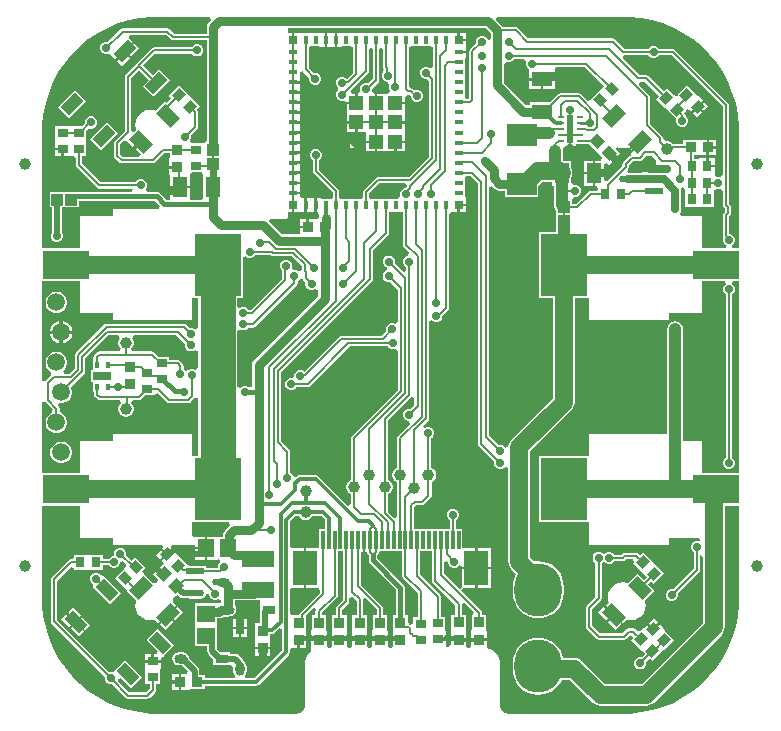
<source format=gtl>
G04*
G04 #@! TF.GenerationSoftware,Altium Limited,Altium Designer,23.2.1 (34)*
G04*
G04 Layer_Physical_Order=1*
G04 Layer_Color=255*
%FSLAX44Y44*%
%MOMM*%
G71*
G04*
G04 #@! TF.SameCoordinates,4D038F4D-AB9E-478B-8716-A6F2BEF9763F*
G04*
G04*
G04 #@! TF.FilePolarity,Positive*
G04*
G01*
G75*
%ADD10C,1.0000*%
%ADD11O,4.0000X4.5000*%
G04:AMPARAMS|DCode=12|XSize=1.1mm|YSize=1.7mm|CornerRadius=0mm|HoleSize=0mm|Usage=FLASHONLY|Rotation=135.000|XOffset=0mm|YOffset=0mm|HoleType=Round|Shape=Rectangle|*
%AMROTATEDRECTD12*
4,1,4,0.9900,0.2121,-0.2121,-0.9900,-0.9900,-0.2121,0.2121,0.9900,0.9900,0.2121,0.0*
%
%ADD12ROTATEDRECTD12*%

G04:AMPARAMS|DCode=13|XSize=1.1mm|YSize=1.7mm|CornerRadius=0mm|HoleSize=0mm|Usage=FLASHONLY|Rotation=45.000|XOffset=0mm|YOffset=0mm|HoleType=Round|Shape=Rectangle|*
%AMROTATEDRECTD13*
4,1,4,0.2121,-0.9900,-0.9900,0.2121,-0.2121,0.9900,0.9900,-0.2121,0.2121,-0.9900,0.0*
%
%ADD13ROTATEDRECTD13*%

%ADD14R,3.9600X5.3000*%
%ADD15R,3.9600X2.4500*%
%ADD16R,0.8000X0.9500*%
%ADD17R,0.9581X0.9121*%
%ADD18R,2.5000X1.9000*%
%ADD19R,2.7062X1.4544*%
%ADD20R,0.9121X0.9581*%
G04:AMPARAMS|DCode=21|XSize=0.95mm|YSize=0.8mm|CornerRadius=0mm|HoleSize=0mm|Usage=FLASHONLY|Rotation=45.000|XOffset=0mm|YOffset=0mm|HoleType=Round|Shape=Rectangle|*
%AMROTATEDRECTD21*
4,1,4,-0.0530,-0.6187,-0.6187,-0.0530,0.0530,0.6187,0.6187,0.0530,-0.0530,-0.6187,0.0*
%
%ADD21ROTATEDRECTD21*%

%ADD22R,0.4000X0.8000*%
%ADD23R,0.8000X0.8000*%
%ADD24R,0.8000X0.4000*%
%ADD25R,1.2000X1.2000*%
%ADD26R,0.6000X0.6000*%
%ADD27R,0.9500X0.8000*%
%ADD28R,1.0000X1.0000*%
%ADD29R,1.1082X0.7821*%
G04:AMPARAMS|DCode=30|XSize=1.1082mm|YSize=0.7821mm|CornerRadius=0.3911mm|HoleSize=0mm|Usage=FLASHONLY|Rotation=180.000|XOffset=0mm|YOffset=0mm|HoleType=Round|Shape=RoundedRectangle|*
%AMROUNDEDRECTD30*
21,1,1.1082,0.0000,0,0,180.0*
21,1,0.3261,0.7821,0,0,180.0*
1,1,0.7821,-0.1631,0.0000*
1,1,0.7821,0.1631,0.0000*
1,1,0.7821,0.1631,0.0000*
1,1,0.7821,-0.1631,0.0000*
%
%ADD30ROUNDEDRECTD30*%
%ADD31R,1.4546X1.5562*%
%ADD32R,1.0000X1.0000*%
%ADD33R,1.3055X1.7582*%
G04:AMPARAMS|DCode=34|XSize=1.7mm|YSize=1mm|CornerRadius=0mm|HoleSize=0mm|Usage=FLASHONLY|Rotation=135.000|XOffset=0mm|YOffset=0mm|HoleType=Round|Shape=Rectangle|*
%AMROTATEDRECTD34*
4,1,4,0.9546,-0.2475,0.2475,-0.9546,-0.9546,0.2475,-0.2475,0.9546,0.9546,-0.2475,0.0*
%
%ADD34ROTATEDRECTD34*%

%ADD35R,1.5052X0.5721*%
G04:AMPARAMS|DCode=36|XSize=1.5052mm|YSize=0.5721mm|CornerRadius=0.2861mm|HoleSize=0mm|Usage=FLASHONLY|Rotation=180.000|XOffset=0mm|YOffset=0mm|HoleType=Round|Shape=RoundedRectangle|*
%AMROUNDEDRECTD36*
21,1,1.5052,0.0000,0,0,180.0*
21,1,0.9331,0.5721,0,0,180.0*
1,1,0.5721,-0.4666,0.0000*
1,1,0.5721,0.4666,0.0000*
1,1,0.5721,0.4666,0.0000*
1,1,0.5721,-0.4666,0.0000*
%
%ADD36ROUNDEDRECTD36*%
G04:AMPARAMS|DCode=37|XSize=0.95mm|YSize=0.8mm|CornerRadius=0mm|HoleSize=0mm|Usage=FLASHONLY|Rotation=315.000|XOffset=0mm|YOffset=0mm|HoleType=Round|Shape=Rectangle|*
%AMROTATEDRECTD37*
4,1,4,-0.6187,0.0530,-0.0530,0.6187,0.6187,-0.0530,0.0530,-0.6187,-0.6187,0.0530,0.0*
%
%ADD37ROTATEDRECTD37*%

%ADD38R,2.0000X3.0000*%
%ADD39R,0.3000X1.5000*%
G04:AMPARAMS|DCode=40|XSize=1.05mm|YSize=0.9mm|CornerRadius=0mm|HoleSize=0mm|Usage=FLASHONLY|Rotation=225.000|XOffset=0mm|YOffset=0mm|HoleType=Round|Shape=Rectangle|*
%AMROTATEDRECTD40*
4,1,4,0.0530,0.6894,0.6894,0.0530,-0.0530,-0.6894,-0.6894,-0.0530,0.0530,0.6894,0.0*
%
%ADD40ROTATEDRECTD40*%

%ADD41R,1.5562X1.4546*%
%ADD42R,0.7821X1.1082*%
G04:AMPARAMS|DCode=43|XSize=1.1082mm|YSize=0.7821mm|CornerRadius=0.3911mm|HoleSize=0mm|Usage=FLASHONLY|Rotation=270.000|XOffset=0mm|YOffset=0mm|HoleType=Round|Shape=RoundedRectangle|*
%AMROUNDEDRECTD43*
21,1,1.1082,0.0000,0,0,270.0*
21,1,0.3261,0.7821,0,0,270.0*
1,1,0.7821,0.0000,-0.1631*
1,1,0.7821,0.0000,0.1631*
1,1,0.7821,0.0000,0.1631*
1,1,0.7821,0.0000,-0.1631*
%
%ADD43ROUNDEDRECTD43*%
G04:AMPARAMS|DCode=44|XSize=1.7mm|YSize=1mm|CornerRadius=0mm|HoleSize=0mm|Usage=FLASHONLY|Rotation=45.000|XOffset=0mm|YOffset=0mm|HoleType=Round|Shape=Rectangle|*
%AMROTATEDRECTD44*
4,1,4,-0.2475,-0.9546,-0.9546,-0.2475,0.2475,0.9546,0.9546,0.2475,-0.2475,-0.9546,0.0*
%
%ADD44ROTATEDRECTD44*%

%ADD45R,1.6000X0.7000*%
%ADD46R,0.3500X0.5500*%
%ADD47R,1.7582X1.3055*%
%ADD48R,0.6000X2.4900*%
%ADD49R,0.6000X0.2700*%
G04:AMPARAMS|DCode=50|XSize=0.9581mm|YSize=0.9121mm|CornerRadius=0mm|HoleSize=0mm|Usage=FLASHONLY|Rotation=315.000|XOffset=0mm|YOffset=0mm|HoleType=Round|Shape=Rectangle|*
%AMROTATEDRECTD50*
4,1,4,-0.6612,0.0163,-0.0163,0.6612,0.6612,-0.0163,0.0163,-0.6612,-0.6612,0.0163,0.0*
%
%ADD50ROTATEDRECTD50*%

%ADD51C,0.2000*%
%ADD52C,1.5000*%
%ADD53C,0.8000*%
%ADD54C,0.3000*%
%ADD55C,1.0000*%
%ADD56C,0.5000*%
%ADD57C,0.7000*%
%ADD58C,0.0900*%
%ADD59C,0.4000*%
%ADD60C,0.6000*%
%ADD61C,3.0000*%
%ADD62C,0.2500*%
%ADD63C,1.5000*%
%ADD64C,0.7000*%
G36*
X-198000Y294961D02*
X-152694D01*
X-151737Y292651D01*
X-154037Y290351D01*
X-155275Y288499D01*
X-155710Y286314D01*
Y280305D01*
X-183056D01*
X-187125Y284375D01*
X-187986Y284949D01*
X-189000Y285151D01*
X-189000Y285151D01*
X-227000D01*
X-227000Y285151D01*
X-228015Y284949D01*
X-228874Y284375D01*
X-228875Y284374D01*
X-239421Y273829D01*
X-239658Y273927D01*
X-241687D01*
X-243562Y273151D01*
X-244996Y271716D01*
X-245773Y269842D01*
Y267813D01*
X-244996Y265938D01*
X-243562Y264504D01*
X-241687Y263727D01*
X-239831D01*
X-239032Y263556D01*
X-237413Y263112D01*
X-236738Y262437D01*
X-233293Y258991D01*
X-225868Y266416D01*
X-218444Y273841D01*
X-221952Y277349D01*
X-220917Y279849D01*
X-190098D01*
X-186028Y275779D01*
X-186028Y275779D01*
X-185168Y275205D01*
X-184154Y275003D01*
X-184154Y275003D01*
X-155710D01*
Y190915D01*
X-156600Y188700D01*
X-158851Y188100D01*
X-159100Y188100D01*
X-168652D01*
X-169688Y190600D01*
X-169676Y190611D01*
X-168900Y192486D01*
Y194515D01*
X-168999Y194752D01*
X-163626Y200126D01*
X-163051Y200986D01*
X-162849Y202000D01*
X-162849Y202000D01*
Y214500D01*
X-162849Y214500D01*
X-163051Y215515D01*
X-163626Y216374D01*
X-162524Y218510D01*
X-161527Y219507D01*
X-169305Y227285D01*
X-169447Y227427D01*
X-171073Y229053D01*
X-171215Y229195D01*
X-178993Y236973D01*
X-187973Y227993D01*
X-185888Y225907D01*
X-189563Y222232D01*
X-190808Y223476D01*
X-199069Y215215D01*
X-200272Y215714D01*
X-203536Y216143D01*
X-206799Y215714D01*
X-209839Y214454D01*
X-212451Y212451D01*
X-214454Y209839D01*
X-215714Y206799D01*
X-216143Y203536D01*
X-215714Y200272D01*
X-215381Y199468D01*
X-217349Y197500D01*
X-219849Y198536D01*
Y243200D01*
X-213125Y249924D01*
X-204833Y241631D01*
X-210100Y236364D01*
X-200766Y227030D01*
X-186483Y241314D01*
X-195816Y250648D01*
X-201084Y245380D01*
X-209477Y253774D01*
X-199402Y263849D01*
X-168172D01*
X-168074Y263611D01*
X-166639Y262176D01*
X-164764Y261400D01*
X-162736D01*
X-160861Y262176D01*
X-159426Y263611D01*
X-158650Y265486D01*
Y267514D01*
X-159426Y269389D01*
X-160861Y270824D01*
X-162736Y271600D01*
X-164764D01*
X-166639Y270824D01*
X-168074Y269389D01*
X-168172Y269151D01*
X-200500D01*
X-200500Y269151D01*
X-201514Y268949D01*
X-202375Y268375D01*
X-202375Y268374D01*
X-215000Y255749D01*
X-215407Y255140D01*
X-224375Y246172D01*
X-224949Y245312D01*
X-225151Y244298D01*
X-225151Y244298D01*
Y198598D01*
X-233625Y190124D01*
X-234199Y189265D01*
X-234401Y188250D01*
X-234401Y188250D01*
Y177500D01*
X-234401Y177500D01*
X-234199Y176486D01*
X-233625Y175625D01*
X-229625Y171626D01*
X-229625Y171625D01*
X-228764Y171051D01*
X-227750Y170849D01*
X-201500D01*
X-201500Y170849D01*
X-200486Y171051D01*
X-199626Y171625D01*
X-191902Y179349D01*
X-187161D01*
Y176585D01*
X-187561Y174251D01*
X-187561Y173275D01*
Y168460D01*
X-181000D01*
Y166460D01*
X-187561D01*
Y160669D01*
X-186791D01*
Y151750D01*
X-178264D01*
X-169736D01*
Y161541D01*
X-168188Y163400D01*
X-159446D01*
X-158864Y161141D01*
X-158864Y160989D01*
Y140359D01*
X-161286Y140171D01*
X-169736D01*
Y149750D01*
X-178264D01*
X-186791D01*
Y140171D01*
X-190230D01*
X-195655Y145596D01*
X-196845Y146391D01*
X-198250Y146671D01*
X-206332D01*
X-207367Y149171D01*
X-207176Y149361D01*
X-206400Y151236D01*
Y153265D01*
X-207176Y155139D01*
X-208611Y156574D01*
X-210486Y157350D01*
X-212514D01*
X-214389Y156574D01*
X-215824Y155139D01*
X-215922Y154901D01*
X-245652D01*
X-261349Y170598D01*
Y177400D01*
X-257650D01*
Y188400D01*
X-257650Y188600D01*
Y190900D01*
X-257650Y191100D01*
Y198351D01*
X-255356Y200645D01*
X-254764Y200400D01*
X-252736D01*
X-250861Y201176D01*
X-249426Y202611D01*
X-248650Y204486D01*
Y206514D01*
X-249426Y208389D01*
X-250861Y209824D01*
X-252736Y210600D01*
X-254764D01*
X-256639Y209824D01*
X-258074Y208389D01*
X-258850Y206514D01*
Y204649D01*
X-261399Y202100D01*
X-270350D01*
Y202100D01*
X-271400D01*
Y202100D01*
X-284100D01*
Y191334D01*
X-284500Y189000D01*
X-284500Y188566D01*
Y184000D01*
X-277750D01*
Y183000D01*
X-276750D01*
Y177000D01*
X-272684D01*
X-271000Y177000D01*
X-269151Y177317D01*
X-267335Y176317D01*
X-266651Y175632D01*
Y169500D01*
X-266651Y169500D01*
X-266449Y168486D01*
X-265875Y167626D01*
X-248625Y150376D01*
X-248624Y150375D01*
X-247764Y149801D01*
X-246750Y149599D01*
X-246750Y149599D01*
X-218162D01*
X-217875Y149171D01*
X-219212Y146671D01*
X-263900D01*
Y146850D01*
X-288800D01*
Y133650D01*
X-286655D01*
Y112557D01*
X-287074Y112139D01*
X-287850Y110265D01*
Y108236D01*
X-287074Y106361D01*
X-285639Y104927D01*
X-283764Y104150D01*
X-281736D01*
X-279861Y104927D01*
X-278426Y106361D01*
X-277650Y108236D01*
Y110265D01*
X-278295Y111821D01*
Y133650D01*
X-263900D01*
Y139330D01*
X-199770D01*
X-194941Y134500D01*
X-195733Y132149D01*
X-195851Y132000D01*
X-235300D01*
Y126000D01*
X-263300D01*
Y98850D01*
X-294961D01*
Y198000D01*
Y202764D01*
X-294027Y212244D01*
X-292169Y221588D01*
X-289403Y230704D01*
X-285757Y239506D01*
X-281266Y247908D01*
X-275974Y255829D01*
X-269930Y263194D01*
X-263193Y269930D01*
X-255829Y275974D01*
X-247908Y281266D01*
X-239506Y285757D01*
X-230704Y289403D01*
X-221588Y292169D01*
X-212244Y294027D01*
X-202764Y294961D01*
X-198000Y294961D01*
D02*
G37*
G36*
X84540Y281135D02*
Y276009D01*
X82040Y275512D01*
X81573Y276639D01*
X80139Y278074D01*
X78264Y278850D01*
X76235D01*
X74361Y278074D01*
X72926Y276639D01*
X72150Y274764D01*
Y272736D01*
X72249Y272498D01*
X67375Y267624D01*
X66801Y266765D01*
X66599Y265750D01*
X66599Y265750D01*
Y225348D01*
X66402Y225151D01*
X63706D01*
X63100Y227400D01*
X63100Y228600D01*
Y233400D01*
X63100Y234600D01*
X63100Y237100D01*
X63100Y243750D01*
X63100Y245600D01*
Y250400D01*
X63100Y251600D01*
X63100Y254100D01*
Y258666D01*
X63500Y261000D01*
X63500Y262434D01*
Y264000D01*
X57500D01*
Y266000D01*
X63500D01*
Y269000D01*
X63500Y271500D01*
Y274500D01*
X57500D01*
Y275500D01*
X56500D01*
Y281500D01*
X52934D01*
X51500Y281500D01*
X49166Y281100D01*
X43400D01*
Y281100D01*
X42100D01*
Y281100D01*
X34250Y281100D01*
X32400Y281100D01*
X25750Y281100D01*
X23900Y281100D01*
X17250Y281100D01*
X15400Y281100D01*
X8750Y281100D01*
X6900Y281100D01*
X900D01*
Y281100D01*
X-400D01*
Y281100D01*
X-8250Y281100D01*
X-10100Y281100D01*
X-16100D01*
Y281100D01*
X-17400D01*
Y281100D01*
X-24600D01*
Y281100D01*
X-25900D01*
Y281100D01*
X-33750Y281100D01*
X-35600Y281100D01*
X-40166D01*
X-42500Y281500D01*
X-43934Y281500D01*
X-45500D01*
Y275500D01*
Y269500D01*
X-42500Y269500D01*
X-40166Y269900D01*
X-34400Y269900D01*
X-32151Y269294D01*
Y247520D01*
X-37229Y242442D01*
X-38111Y243324D01*
X-39986Y244100D01*
X-42014D01*
X-43889Y243324D01*
X-45324Y241889D01*
X-46100Y240014D01*
Y237986D01*
X-45324Y236111D01*
X-44846Y235633D01*
X-44169Y234000D01*
X-44846Y232367D01*
X-45324Y231889D01*
X-46100Y230014D01*
Y227986D01*
X-45324Y226111D01*
X-43889Y224676D01*
X-42014Y223900D01*
X-39986D01*
X-39500Y224101D01*
X-37758Y223000D01*
X-30000D01*
Y230000D01*
X-32716D01*
X-33751Y232500D01*
X-19126Y247125D01*
X-19126Y247125D01*
X-18551Y247985D01*
X-18349Y249000D01*
Y267287D01*
X-16750Y268219D01*
X-15151Y267287D01*
Y242245D01*
X-18791Y238605D01*
X-19986Y239100D01*
X-22015D01*
X-23889Y238324D01*
X-25324Y236889D01*
X-26100Y235014D01*
Y232986D01*
X-25899Y232500D01*
X-27479Y230000D01*
X-28000D01*
Y222000D01*
X-29000D01*
Y221000D01*
X-37000D01*
X-37000Y214000D01*
X-37000Y211500D01*
Y206500D01*
X-29000D01*
Y205500D01*
X-28000D01*
Y197500D01*
X-22793D01*
X-20911Y197090D01*
X-20500Y195207D01*
Y190000D01*
X-12500D01*
Y189000D01*
X-11500D01*
Y181000D01*
X-6500D01*
X-4500Y181000D01*
X-2000Y181000D01*
X3000D01*
Y189000D01*
X4000D01*
Y190000D01*
X12000D01*
Y195000D01*
X12000Y197000D01*
X12000Y199500D01*
Y204500D01*
X4000D01*
Y206500D01*
X12000D01*
Y211500D01*
X12000Y213500D01*
X12000Y216000D01*
Y221000D01*
X4000D01*
Y223000D01*
X12000D01*
Y227465D01*
X12572Y228094D01*
X14500Y229177D01*
X14715Y229134D01*
X14715Y229134D01*
X15764D01*
X16900Y227998D01*
Y226986D01*
X17676Y225111D01*
X19111Y223676D01*
X20986Y222900D01*
X23014D01*
X24889Y223676D01*
X26323Y225111D01*
X27100Y226986D01*
Y229014D01*
X26323Y230889D01*
X24889Y232324D01*
X23014Y233100D01*
X20986D01*
X19791Y232605D01*
X18736Y233660D01*
X17876Y234234D01*
X16862Y234436D01*
X15651Y236405D01*
Y269294D01*
X17900Y269900D01*
X19100Y269900D01*
X25750Y269900D01*
X27600Y269900D01*
X32400D01*
X33600Y269900D01*
X35849Y269294D01*
Y252399D01*
X33349Y251363D01*
X32889Y251824D01*
X31014Y252600D01*
X28986D01*
X27111Y251824D01*
X25676Y250389D01*
X24900Y248514D01*
Y246486D01*
X25676Y244611D01*
X27111Y243176D01*
X28986Y242400D01*
X31014D01*
X32249Y240229D01*
Y176339D01*
X15311Y159401D01*
X-10814D01*
X-11829Y159199D01*
X-12689Y158624D01*
X-12689Y158624D01*
X-22866Y148447D01*
X-23441Y147587D01*
X-23643Y146573D01*
X-23643Y146573D01*
Y141686D01*
X-25900Y141100D01*
X-25900Y141100D01*
Y141100D01*
X-25900Y141100D01*
X-33100D01*
Y141100D01*
X-34400D01*
Y141100D01*
X-41600D01*
X-41600Y141100D01*
X-43849Y141706D01*
Y147500D01*
X-44051Y148514D01*
X-44626Y149375D01*
X-44626Y149375D01*
X-60849Y165598D01*
Y173578D01*
X-60611Y173676D01*
X-59177Y175111D01*
X-58400Y176986D01*
Y179014D01*
X-59177Y180889D01*
X-60611Y182324D01*
X-62486Y183100D01*
X-64514D01*
X-66389Y182324D01*
X-67824Y180889D01*
X-68600Y179014D01*
Y176986D01*
X-67824Y175111D01*
X-66389Y173676D01*
X-66151Y173578D01*
Y164500D01*
X-66151Y164500D01*
X-65949Y163486D01*
X-65374Y162626D01*
X-49151Y146402D01*
Y141706D01*
X-51400Y141100D01*
X-51400Y141100D01*
Y141100D01*
X-51400Y141100D01*
X-57166D01*
X-59500Y141500D01*
X-60934Y141500D01*
X-62500D01*
Y135500D01*
Y129500D01*
X-61735D01*
X-60390Y127368D01*
X-60922Y124862D01*
X-63210Y123481D01*
X-63479Y123561D01*
Y123561D01*
X-64455Y123561D01*
X-69270D01*
Y117000D01*
X-70270D01*
Y116000D01*
X-77061D01*
Y110966D01*
X-92391D01*
X-102886Y121461D01*
X-101851Y123961D01*
X-89187D01*
X-88407Y124116D01*
X-87746Y124558D01*
X-87303Y125220D01*
X-87148Y126000D01*
Y129500D01*
X-83500D01*
Y135500D01*
X-81500D01*
Y129500D01*
X-78500D01*
X-76500Y129500D01*
X-74000Y129500D01*
X-73000D01*
Y135500D01*
Y141500D01*
X-74207D01*
X-76090Y141910D01*
X-76500Y143793D01*
Y145000D01*
X-82500D01*
Y147000D01*
X-76500D01*
Y150000D01*
X-76500D01*
X-76500Y150500D01*
X-76500D01*
Y153500D01*
X-82500D01*
Y155500D01*
X-76500D01*
Y158500D01*
X-76500D01*
Y159000D01*
X-76500D01*
Y162000D01*
X-82500D01*
Y164000D01*
X-76500D01*
Y167000D01*
X-76500D01*
X-76500Y167500D01*
X-76500D01*
Y170500D01*
X-82500D01*
Y172500D01*
X-76500D01*
Y175500D01*
X-76500D01*
X-76500Y176000D01*
X-76500D01*
Y179000D01*
X-82500D01*
Y181000D01*
X-76500D01*
Y184000D01*
X-76500D01*
X-76500Y184500D01*
X-76500D01*
Y187500D01*
X-82500D01*
Y189500D01*
X-76500D01*
Y192500D01*
X-76500D01*
X-76500Y193000D01*
X-76500D01*
Y196000D01*
X-82500D01*
Y198000D01*
X-76500D01*
Y201000D01*
X-76500D01*
X-76500Y201500D01*
X-76500D01*
Y204500D01*
X-82500D01*
Y206500D01*
X-76500D01*
Y209500D01*
X-76500D01*
X-76500Y210000D01*
X-76500D01*
Y213000D01*
X-82500D01*
Y215000D01*
X-76500D01*
Y218000D01*
X-76500D01*
X-76500Y218500D01*
X-76500D01*
Y221500D01*
X-82500D01*
Y223500D01*
X-76500D01*
Y226500D01*
X-76500D01*
X-76500Y227000D01*
X-76500D01*
Y230000D01*
X-82500D01*
Y232000D01*
X-76500D01*
Y235000D01*
X-76500D01*
Y235500D01*
X-76500D01*
Y238500D01*
X-82500D01*
Y240500D01*
X-76500D01*
Y243500D01*
X-76500D01*
X-76500Y244000D01*
X-76500D01*
Y248055D01*
X-74000Y248813D01*
X-73875Y248626D01*
X-68752Y243503D01*
X-68850Y243265D01*
Y241236D01*
X-68074Y239361D01*
X-66639Y237927D01*
X-64764Y237150D01*
X-62736D01*
X-60861Y237927D01*
X-59426Y239361D01*
X-58650Y241236D01*
Y243265D01*
X-59426Y245139D01*
X-60861Y246574D01*
X-62736Y247350D01*
X-64764D01*
X-65002Y247251D01*
X-69349Y251598D01*
Y269294D01*
X-67100Y269900D01*
X-65900Y269900D01*
X-61334D01*
X-59000Y269500D01*
X-57566Y269500D01*
X-56000D01*
Y275500D01*
Y281500D01*
X-59000Y281500D01*
X-61334Y281100D01*
X-67750Y281100D01*
X-69600Y281100D01*
X-74166D01*
X-76500Y281500D01*
X-77934Y281500D01*
X-81500D01*
Y275500D01*
X-83500D01*
Y281500D01*
X-87148D01*
Y285000D01*
X-86910Y285290D01*
X80385D01*
X84540Y281135D01*
D02*
G37*
G36*
X281099Y219402D02*
Y161130D01*
X278599Y159461D01*
X278264Y159600D01*
X276236D01*
X274056Y160663D01*
X274229Y161673D01*
X274229Y163108D01*
Y167423D01*
X268229D01*
Y168423D01*
X267229D01*
Y175173D01*
X262663D01*
X262229Y175173D01*
X259895Y174773D01*
X256860D01*
Y178263D01*
X259624D01*
X261958Y177863D01*
X262934Y177863D01*
X267749D01*
Y184423D01*
Y190984D01*
X262934D01*
X261958Y190984D01*
X259624Y190584D01*
X247819D01*
Y187074D01*
X239259D01*
X238052Y188281D01*
X236547Y189150D01*
X234869Y189600D01*
X233131D01*
X230935Y191600D01*
Y191966D01*
X230734Y192980D01*
X230159Y193840D01*
X230159Y193840D01*
X219686Y204313D01*
Y226964D01*
X219686Y226964D01*
X219485Y227979D01*
X218910Y228839D01*
X218910Y228839D01*
X210150Y237599D01*
X211185Y240099D01*
X215402D01*
X227416Y228085D01*
X224800Y225470D01*
X232578Y217692D01*
X232720Y217550D01*
X234346Y215924D01*
X234487Y215782D01*
X242004Y208266D01*
X241900Y208015D01*
Y205986D01*
X242676Y204111D01*
X244111Y202677D01*
X245986Y201900D01*
X248014D01*
X249889Y202677D01*
X251324Y204111D01*
X252100Y205986D01*
Y208015D01*
X251324Y209889D01*
X249889Y211324D01*
X249665Y211416D01*
X248786Y213885D01*
X249792Y215530D01*
X251246Y216984D01*
X253372Y216082D01*
X254543Y214911D01*
X259316Y219684D01*
X264089Y224457D01*
X260860Y227686D01*
X260553Y227993D01*
X258620Y229360D01*
X251007Y236973D01*
X242900Y228866D01*
X242027Y227993D01*
X239735Y228495D01*
X233780Y234450D01*
X231165Y231834D01*
X218374Y244625D01*
X217514Y245199D01*
X216500Y245401D01*
X216500Y245401D01*
X210848D01*
X196312Y259937D01*
X196703Y261308D01*
X197435Y262349D01*
X218155D01*
X218254Y262111D01*
X219688Y260676D01*
X221563Y259900D01*
X223592D01*
X225466Y260676D01*
X226901Y262111D01*
X226999Y262349D01*
X238152D01*
X281099Y219402D01*
D02*
G37*
G36*
X114435Y256349D02*
X114400Y256264D01*
Y254236D01*
X115176Y252361D01*
X116611Y250926D01*
X117209Y250541D01*
Y243014D01*
X128000D01*
X138791D01*
Y250541D01*
X139858Y252599D01*
X164448D01*
X180658Y236389D01*
X178573Y234303D01*
X178573Y234303D01*
X176947Y232677D01*
X176805Y232536D01*
X169135Y224866D01*
X167106Y223359D01*
X161091Y229375D01*
X160231Y229949D01*
X159216Y230151D01*
X159216Y230151D01*
X143250D01*
X142235Y229949D01*
X141375Y229375D01*
X141375Y229374D01*
X134615Y222614D01*
X117609D01*
Y220473D01*
X114352D01*
X95960Y238865D01*
Y255061D01*
X98460Y256618D01*
X98986Y256400D01*
X101014D01*
X102889Y257176D01*
X104324Y258611D01*
X104422Y258849D01*
X112765D01*
X114435Y256349D01*
D02*
G37*
G36*
X-6651Y267287D02*
Y252500D01*
X-6651Y252500D01*
X-6449Y251486D01*
X-5875Y250626D01*
X-6241Y248146D01*
X-6499Y247889D01*
X-7275Y246014D01*
Y243986D01*
X-6499Y242111D01*
X-5064Y240676D01*
X-3189Y239900D01*
X-2803D01*
X-2471Y239606D01*
X-1339Y237400D01*
X-1750Y236407D01*
Y234378D01*
X-974Y232504D01*
X-970Y232500D01*
X-2005Y230000D01*
X-4000Y230000D01*
X-6500Y230000D01*
X-11500D01*
Y222000D01*
X-13500D01*
Y230000D01*
X-14521D01*
X-16101Y232500D01*
X-15900Y232986D01*
Y233998D01*
X-10625Y239272D01*
X-10051Y240133D01*
X-9849Y241147D01*
X-9849Y241147D01*
Y267287D01*
X-8250Y268219D01*
X-6651Y267287D01*
D02*
G37*
G36*
X-222975Y189741D02*
X-217324Y184090D01*
X-212021Y189393D01*
X-210607Y187979D01*
X-215910Y182676D01*
X-211695Y178461D01*
X-212651Y176151D01*
X-226652D01*
X-229099Y178598D01*
Y187152D01*
X-226220Y190031D01*
X-222975Y189741D01*
D02*
G37*
G36*
X224985Y174016D02*
X224255Y172251D01*
Y166750D01*
X223255D01*
Y165750D01*
X213832D01*
X213991Y164950D01*
X214003Y164840D01*
X212610Y162450D01*
X201245D01*
X201232Y162447D01*
X200000Y164751D01*
X200781Y165532D01*
X201356Y166392D01*
X201558Y167407D01*
X201558Y167407D01*
Y169059D01*
X205348Y172849D01*
X210997D01*
X210997Y172849D01*
X212011Y173051D01*
X212871Y173626D01*
X216695Y177449D01*
X221552D01*
X224985Y174016D01*
D02*
G37*
G36*
X153000Y185550D02*
X157000D01*
Y187050D01*
X164600D01*
Y187349D01*
X167938D01*
X173832Y181455D01*
X175200Y179522D01*
X178931Y175791D01*
X177895Y173291D01*
X173263D01*
Y163500D01*
X180791D01*
Y170395D01*
X183291Y171431D01*
X184803Y169919D01*
X188735Y173851D01*
X183933Y178652D01*
X185348Y180067D01*
X190149Y175265D01*
X194081Y179197D01*
X190635Y182643D01*
X192051Y184763D01*
X193201Y184286D01*
X196464Y183857D01*
X199728Y184286D01*
X200532Y184619D01*
X203182Y181969D01*
X210606Y189393D01*
X212021Y187979D01*
X204596Y180555D01*
X204743Y180408D01*
X203595Y178021D01*
X203235Y177949D01*
X202376Y177374D01*
X197032Y172031D01*
X196458Y171171D01*
X196256Y170157D01*
X196256Y170157D01*
Y168505D01*
X183291Y155540D01*
X180791Y156576D01*
Y161500D01*
X173263D01*
Y151709D01*
X173299D01*
X174647Y151503D01*
X175131Y148900D01*
X173882Y147651D01*
X169349D01*
X169349Y147651D01*
X168335Y147449D01*
X167475Y146875D01*
X167475Y146874D01*
X156851Y136251D01*
X153600D01*
Y140200D01*
X153312D01*
X153209Y140397D01*
X153150Y140886D01*
X155236Y142650D01*
X157264D01*
X159139Y143427D01*
X160574Y144861D01*
X161350Y146736D01*
Y148764D01*
X160574Y150639D01*
X159139Y152074D01*
X157264Y152850D01*
X155236D01*
X154536Y153149D01*
X153200Y154187D01*
X152864Y154677D01*
Y158342D01*
X153602Y160124D01*
X153915Y162500D01*
Y162819D01*
X153602Y165194D01*
X152864Y166977D01*
Y172891D01*
X146157D01*
Y181500D01*
X145930Y183223D01*
X145795Y183549D01*
X147672Y185550D01*
X151000D01*
Y200000D01*
X153000D01*
Y185550D01*
D02*
G37*
G36*
X136609Y152109D02*
X138073D01*
Y147289D01*
Y135870D01*
X138300Y134147D01*
X138965Y132542D01*
X140023Y131163D01*
X140400Y130786D01*
Y122333D01*
X140343Y121900D01*
Y113100D01*
X125200D01*
Y56900D01*
X137422D01*
Y-27848D01*
X102260Y-63010D01*
X100801Y-64911D01*
X99884Y-67124D01*
X99619Y-69140D01*
X98614Y-69639D01*
X97072Y-69859D01*
X95889Y-68676D01*
X94014Y-67900D01*
X91986D01*
X91748Y-67999D01*
X83151Y-59402D01*
Y150925D01*
X85651Y151961D01*
X88085Y149526D01*
X89937Y148289D01*
X92122Y147854D01*
X96900D01*
Y142400D01*
X125100D01*
Y151620D01*
X128302Y154822D01*
X136609D01*
Y152109D01*
D02*
G37*
G36*
X12323Y153980D02*
X14027Y151928D01*
X12471Y150100D01*
X11985D01*
X10111Y149323D01*
X8676Y147889D01*
X7900Y146014D01*
Y143985D01*
X8059Y143600D01*
X6421Y141100D01*
X250Y141100D01*
X-1600Y141100D01*
X-7600D01*
Y141100D01*
X-8900D01*
Y141100D01*
X-16100D01*
X-16100Y141100D01*
X-18341Y141726D01*
Y145475D01*
X-9717Y154099D01*
X12104D01*
X12323Y153980D01*
D02*
G37*
G36*
X202764Y294961D02*
X212244Y294027D01*
X221588Y292169D01*
X230704Y289403D01*
X239506Y285757D01*
X247908Y281266D01*
X255829Y275974D01*
X263194Y269930D01*
X269930Y263193D01*
X275974Y255829D01*
X281266Y247908D01*
X285757Y239506D01*
X289403Y230704D01*
X292169Y221588D01*
X294027Y212244D01*
X294961Y202764D01*
X294961Y198000D01*
X294961Y98850D01*
X289098D01*
X288601Y101350D01*
X289389Y101677D01*
X290823Y103111D01*
X291600Y104986D01*
Y107015D01*
X290823Y108889D01*
X289389Y110324D01*
X287514Y111100D01*
X286401D01*
Y126275D01*
X287224Y127099D01*
X287799Y127959D01*
X288001Y128973D01*
Y134027D01*
X287799Y135041D01*
X287224Y135901D01*
X286401Y136725D01*
Y220500D01*
X286199Y221514D01*
X285624Y222374D01*
X285624Y222375D01*
X241124Y266875D01*
X240264Y267449D01*
X239250Y267651D01*
X239250Y267651D01*
X226999D01*
X226901Y267889D01*
X225466Y269324D01*
X223592Y270100D01*
X221563D01*
X219688Y269324D01*
X218254Y267889D01*
X218155Y267651D01*
X198098D01*
X189874Y275875D01*
X189014Y276449D01*
X188000Y276651D01*
X188000Y276651D01*
X116598D01*
X107874Y285375D01*
X107014Y285949D01*
X106000Y286151D01*
X106000Y286151D01*
X95214D01*
X94287Y287537D01*
X89173Y292651D01*
X90130Y294961D01*
X198000Y294961D01*
X202764Y294961D01*
D02*
G37*
G36*
X247131Y150618D02*
X249129Y148966D01*
Y148073D01*
X249129D01*
Y146773D01*
X249129D01*
Y134073D01*
X260329D01*
Y134073D01*
X262629Y134073D01*
Y134073D01*
X273829D01*
Y146773D01*
X273829D01*
X273829Y148073D01*
X276236Y149400D01*
X278264D01*
X278599Y149539D01*
X281099Y147870D01*
Y135627D01*
X281099Y135627D01*
X281301Y134612D01*
X281875Y133752D01*
X282699Y132929D01*
Y130071D01*
X281875Y129248D01*
X281301Y128388D01*
X281099Y127373D01*
X281099Y127373D01*
Y109672D01*
X281099Y109672D01*
X281301Y108657D01*
X281782Y107937D01*
X281400Y107015D01*
Y104986D01*
X282176Y103111D01*
X283611Y101677D01*
X284399Y101350D01*
X283902Y98850D01*
X263300D01*
Y126000D01*
X245748D01*
X245628Y126163D01*
X245000Y127590D01*
X244795Y128500D01*
X244961Y128749D01*
X245324Y129111D01*
X245520Y129584D01*
X245804Y130010D01*
X245904Y130513D01*
X246100Y130986D01*
Y131498D01*
X246200Y132000D01*
Y139000D01*
Y147604D01*
X245804Y149594D01*
X247073Y150628D01*
X247131Y150618D01*
D02*
G37*
G36*
X-101550Y93182D02*
X-101550Y93182D01*
X-100690Y92607D01*
X-99676Y92406D01*
X-99675Y92406D01*
X-83496D01*
X-75479Y84389D01*
Y80477D01*
X-77979Y79442D01*
X-78611Y80074D01*
X-80486Y80850D01*
X-81682D01*
X-83190Y82551D01*
X-83432Y83160D01*
X-83400Y83236D01*
Y85265D01*
X-84177Y87139D01*
X-85611Y88574D01*
X-87486Y89350D01*
X-89515D01*
X-91389Y88574D01*
X-92824Y87139D01*
X-93600Y85265D01*
Y83236D01*
X-92824Y81361D01*
X-92108Y80645D01*
Y72891D01*
X-118018Y46981D01*
X-120427Y46889D01*
X-121861Y48324D01*
X-123736Y49100D01*
X-125765D01*
X-127420Y48414D01*
X-128519Y48808D01*
X-129920Y49578D01*
Y56900D01*
X-125200D01*
Y91202D01*
X-122700Y92238D01*
X-122389Y91926D01*
X-120514Y91150D01*
X-118486D01*
X-116611Y91926D01*
X-115176Y93361D01*
X-115078Y93599D01*
X-101967D01*
X-101550Y93182D01*
D02*
G37*
G36*
X6900Y129900D02*
X8100Y129900D01*
X10349Y129294D01*
Y102000D01*
X10349Y102000D01*
X10551Y100986D01*
X11125Y100126D01*
X15901Y95350D01*
X14865Y92850D01*
X14735D01*
X12861Y92074D01*
X11426Y90639D01*
X10650Y88764D01*
Y86736D01*
X11426Y84861D01*
X12861Y83427D01*
X13099Y83328D01*
Y80166D01*
X10789Y79210D01*
X3501Y86498D01*
X3600Y86736D01*
Y88764D01*
X2824Y90639D01*
X1389Y92074D01*
X-486Y92850D01*
X-2515D01*
X-4389Y92074D01*
X-5824Y90639D01*
X-6600Y88764D01*
Y86736D01*
X-5824Y84861D01*
X-4389Y83427D01*
X-2881Y82802D01*
X-2790Y80885D01*
X-2881Y80302D01*
X-4639Y79574D01*
X-6074Y78139D01*
X-6850Y76265D01*
Y74236D01*
X-6074Y72361D01*
X-4639Y70926D01*
X-2765Y70150D01*
X-736D01*
X-498Y70249D01*
X5899Y63852D01*
Y36698D01*
X5731Y36489D01*
X3399Y35234D01*
X2514Y35600D01*
X485D01*
X-1389Y34824D01*
X-2824Y33389D01*
X-3600Y31514D01*
Y29486D01*
X-3501Y29248D01*
X-7998Y24751D01*
X-41900D01*
X-42915Y24549D01*
X-43775Y23974D01*
X-43775Y23974D01*
X-73093Y-5344D01*
X-73611Y-4826D01*
X-75486Y-4050D01*
X-77515D01*
X-79389Y-4826D01*
X-80824Y-6261D01*
X-81600Y-8135D01*
Y-8871D01*
X-83003Y-10611D01*
X-83910Y-10900D01*
X-85265D01*
X-87139Y-11676D01*
X-88574Y-13111D01*
X-89350Y-14986D01*
Y-17014D01*
X-88574Y-18889D01*
X-87139Y-20324D01*
X-85265Y-21100D01*
X-83236D01*
X-81361Y-20324D01*
X-79927Y-18889D01*
X-79828Y-18651D01*
X-70250D01*
X-70250Y-18651D01*
X-69236Y-18449D01*
X-68376Y-17874D01*
X-34652Y15849D01*
X-2672D01*
X-2574Y15611D01*
X-1139Y14176D01*
X736Y13400D01*
X2764D01*
X3399Y13663D01*
X5899Y12170D01*
Y-20920D01*
X-32875Y-59693D01*
X-33449Y-60553D01*
X-33651Y-61568D01*
X-33651Y-61568D01*
Y-96910D01*
X-35053Y-97719D01*
X-36281Y-98947D01*
X-37150Y-100452D01*
X-37600Y-102131D01*
Y-103869D01*
X-37150Y-105548D01*
X-36281Y-107052D01*
X-35053Y-108281D01*
X-33651Y-109090D01*
Y-117844D01*
X-36151Y-118879D01*
X-61265Y-93765D01*
X-62290Y-93080D01*
X-63500Y-92839D01*
X-77000D01*
X-78210Y-93080D01*
X-79235Y-93765D01*
X-79900Y-94430D01*
X-80762Y-94363D01*
X-82646Y-93641D01*
X-83176Y-92361D01*
X-84611Y-90926D01*
X-84849Y-90828D01*
Y-73292D01*
X-84849Y-73292D01*
X-85051Y-72277D01*
X-85626Y-71417D01*
X-85626Y-71417D01*
X-92899Y-64144D01*
Y-5830D01*
X-15626Y71443D01*
X-15625Y71443D01*
X-15051Y72303D01*
X-14849Y73318D01*
Y97652D01*
X-2125Y110375D01*
X-1551Y111236D01*
X-1349Y112250D01*
X-1349Y112250D01*
Y129294D01*
X900Y129900D01*
X2100Y129900D01*
X6900D01*
D02*
G37*
G36*
X73849Y154402D02*
Y-66500D01*
X73849Y-66500D01*
X74051Y-67515D01*
X74626Y-68375D01*
X87999Y-81748D01*
X87900Y-81986D01*
Y-84014D01*
X88676Y-85889D01*
X90111Y-87324D01*
X91986Y-88100D01*
X94014D01*
X95889Y-87324D01*
X97072Y-86141D01*
X98251Y-86309D01*
X99572Y-86907D01*
Y-166213D01*
X99884Y-168589D01*
X100801Y-170802D01*
X102260Y-172703D01*
X106272Y-176716D01*
X104948Y-179194D01*
X103713Y-183266D01*
X103295Y-187500D01*
Y-192500D01*
X103713Y-196734D01*
X104948Y-200806D01*
X106953Y-204558D01*
X109653Y-207847D01*
X112942Y-210547D01*
X116694Y-212552D01*
X120766Y-213787D01*
X125000Y-214205D01*
X129234Y-213787D01*
X133306Y-212552D01*
X137058Y-210547D01*
X140347Y-207847D01*
X143047Y-204558D01*
X145052Y-200806D01*
X146287Y-196734D01*
X146705Y-192500D01*
Y-187500D01*
X146287Y-183266D01*
X145052Y-179194D01*
X143047Y-175442D01*
X140347Y-172153D01*
X137058Y-169453D01*
X133306Y-167448D01*
X129234Y-166213D01*
X125000Y-165795D01*
X121643Y-166126D01*
X117928Y-162411D01*
Y-73302D01*
X153090Y-38140D01*
X153090Y-38140D01*
X154549Y-36239D01*
X155466Y-34025D01*
X155779Y-31650D01*
X155779Y-31650D01*
Y56900D01*
X167800D01*
Y38000D01*
X235300D01*
Y44000D01*
X263300D01*
Y71150D01*
X283298D01*
X283796Y68650D01*
X283611Y68574D01*
X282176Y67139D01*
X281400Y65265D01*
Y63236D01*
X282176Y61361D01*
X283611Y59927D01*
X283724Y59880D01*
Y-78276D01*
X283361Y-78426D01*
X281926Y-79861D01*
X281150Y-81735D01*
Y-83764D01*
X281926Y-85639D01*
X283361Y-87073D01*
X285236Y-87850D01*
X287264D01*
X289139Y-87073D01*
X290574Y-85639D01*
X291350Y-83764D01*
Y-81735D01*
X290574Y-79861D01*
X289139Y-78426D01*
X289026Y-78380D01*
Y59776D01*
X289389Y59927D01*
X290823Y61361D01*
X291600Y63236D01*
Y65265D01*
X290823Y67139D01*
X289389Y68574D01*
X289204Y68650D01*
X289702Y71150D01*
X294961D01*
X294961Y-91150D01*
X263300D01*
Y-64000D01*
X247657D01*
Y16500D01*
Y23500D01*
Y30500D01*
X247430Y32223D01*
X246765Y33828D01*
X245707Y35207D01*
X244328Y36265D01*
X242723Y36930D01*
X241000Y37157D01*
X239277Y36930D01*
X237672Y36265D01*
X236293Y35207D01*
X235235Y33828D01*
X234570Y32223D01*
X234343Y30500D01*
Y23500D01*
Y16500D01*
Y-58000D01*
X167800D01*
Y-76900D01*
X125200D01*
Y-133100D01*
X167800D01*
Y-152000D01*
X235300D01*
Y-146000D01*
X260996D01*
X262404Y-147846D01*
X260264Y-148900D01*
X258235D01*
X256361Y-149676D01*
X254926Y-151111D01*
X254150Y-152985D01*
Y-155014D01*
X254926Y-156889D01*
X256361Y-158323D01*
X256599Y-158422D01*
Y-172428D01*
X239252Y-189775D01*
X239014Y-189676D01*
X236985D01*
X235111Y-190453D01*
X233676Y-191887D01*
X232900Y-193762D01*
Y-195791D01*
X233676Y-197665D01*
X235111Y-199100D01*
X236985Y-199876D01*
X239014D01*
X240889Y-199100D01*
X242323Y-197665D01*
X243100Y-195791D01*
Y-193762D01*
X243001Y-193524D01*
X261124Y-175401D01*
X261699Y-174541D01*
X261901Y-173526D01*
X261901Y-173526D01*
Y-160961D01*
X262071Y-160851D01*
X264571Y-162214D01*
Y-217948D01*
X212448Y-270072D01*
X181506D01*
X162019Y-250585D01*
X160118Y-249126D01*
X157905Y-248209D01*
X155529Y-247896D01*
X146175D01*
X145052Y-244194D01*
X143047Y-240442D01*
X140347Y-237153D01*
X137058Y-234453D01*
X133306Y-232448D01*
X129234Y-231213D01*
X125000Y-230795D01*
X120766Y-231213D01*
X116694Y-232448D01*
X112942Y-234453D01*
X109653Y-237153D01*
X106953Y-240442D01*
X104948Y-244194D01*
X103713Y-248266D01*
X103295Y-252500D01*
Y-257500D01*
X103713Y-261734D01*
X104948Y-265806D01*
X106953Y-269558D01*
X109653Y-272847D01*
X112942Y-275547D01*
X116694Y-277552D01*
X120766Y-278787D01*
X125000Y-279205D01*
X129234Y-278787D01*
X133306Y-277552D01*
X137058Y-275547D01*
X140347Y-272847D01*
X143047Y-269558D01*
X144813Y-266254D01*
X151727D01*
X171214Y-285740D01*
X171214Y-285740D01*
X173115Y-287199D01*
X175328Y-288116D01*
X177704Y-288428D01*
X216250D01*
X218626Y-288116D01*
X220839Y-287199D01*
X222740Y-285740D01*
X280240Y-228240D01*
X281699Y-226339D01*
X282616Y-224125D01*
X282928Y-221750D01*
Y-118850D01*
X294961D01*
X294961Y-198000D01*
X294961Y-202764D01*
X294027Y-212244D01*
X292169Y-221588D01*
X289403Y-230704D01*
X285757Y-239506D01*
X281266Y-247908D01*
X275974Y-255829D01*
X269930Y-263194D01*
X263193Y-269930D01*
X255829Y-275974D01*
X247908Y-281266D01*
X239506Y-285757D01*
X230704Y-289403D01*
X221588Y-292169D01*
X212244Y-294027D01*
X202764Y-294961D01*
X198000Y-294961D01*
X100500Y-294961D01*
X99716D01*
X98178Y-294655D01*
X96729Y-294055D01*
X95425Y-293184D01*
X94316Y-292075D01*
X93445Y-290771D01*
X92845Y-289322D01*
X92539Y-287784D01*
Y-252000D01*
X92529Y-251950D01*
X92537Y-251900D01*
X92488Y-250920D01*
X92452Y-250773D01*
Y-250622D01*
X92069Y-248699D01*
X91992Y-248514D01*
X91953Y-248317D01*
X91203Y-246506D01*
X91091Y-246339D01*
X91015Y-246153D01*
X89925Y-244523D01*
X89783Y-244381D01*
X89672Y-244214D01*
X88286Y-242828D01*
X88119Y-242717D01*
X87977Y-242575D01*
X86347Y-241485D01*
X86161Y-241409D01*
X85994Y-241297D01*
X84183Y-240547D01*
X83986Y-240508D01*
X83801Y-240431D01*
X83286Y-240328D01*
X81690Y-239304D01*
X81363Y-238012D01*
X81312Y-237729D01*
X81311Y-237717D01*
Y-233270D01*
X74750D01*
X68189D01*
Y-237461D01*
X66307Y-239674D01*
X64061Y-238707D01*
X64061Y-237461D01*
Y-233270D01*
X57500D01*
X50939D01*
Y-236613D01*
X48923Y-238629D01*
X46849Y-238525D01*
X46500Y-238000D01*
X46500Y-237461D01*
Y-233000D01*
X39750D01*
Y-231000D01*
X46500D01*
Y-226434D01*
X46500Y-226000D01*
X46100Y-223666D01*
Y-212900D01*
X42401D01*
Y-196000D01*
X42199Y-194986D01*
X41624Y-194125D01*
X25151Y-177652D01*
Y-157294D01*
X34849D01*
Y-182500D01*
X34849Y-182500D01*
X35051Y-183514D01*
X35626Y-184375D01*
X54849Y-203598D01*
Y-211339D01*
X51339D01*
Y-223145D01*
X50939Y-225479D01*
X50939Y-226455D01*
Y-231270D01*
X57500D01*
X64061D01*
Y-226455D01*
X64061Y-225479D01*
X63661Y-223145D01*
Y-211339D01*
X60151D01*
Y-202500D01*
X60151Y-202500D01*
X60073Y-202107D01*
X61193Y-201136D01*
X62204Y-200703D01*
X70340Y-208839D01*
X69305Y-211339D01*
X68589D01*
Y-223145D01*
X68189Y-225479D01*
X68189Y-226455D01*
Y-231270D01*
X74750D01*
X81311D01*
Y-226455D01*
X81311Y-225479D01*
X80911Y-223145D01*
Y-211339D01*
X77401D01*
Y-209500D01*
X77199Y-208486D01*
X76624Y-207626D01*
X76624Y-207625D01*
X59870Y-190871D01*
X61228Y-188694D01*
X71650D01*
Y-172694D01*
X60650D01*
Y-188115D01*
X58473Y-189474D01*
X45151Y-176152D01*
Y-166741D01*
X47651Y-165581D01*
X48650Y-166417D01*
Y-167514D01*
X49426Y-169389D01*
X50861Y-170824D01*
X52736Y-171600D01*
X54764D01*
X56639Y-170824D01*
X58074Y-169389D01*
X58150Y-169204D01*
X60650Y-169702D01*
Y-170694D01*
X71650D01*
Y-154694D01*
X63100D01*
X60650Y-154694D01*
X60600Y-152215D01*
Y-139094D01*
X55151D01*
Y-131172D01*
X55389Y-131074D01*
X56824Y-129639D01*
X57600Y-127764D01*
Y-125736D01*
X56824Y-123861D01*
X55389Y-122426D01*
X53514Y-121650D01*
X51486D01*
X49611Y-122426D01*
X48176Y-123861D01*
X47400Y-125736D01*
Y-127764D01*
X48176Y-129639D01*
X49611Y-131074D01*
X49849Y-131172D01*
Y-139094D01*
X25600D01*
Y-139094D01*
X20151D01*
Y-119848D01*
X21598Y-118401D01*
X26750D01*
X26750Y-118401D01*
X27764Y-118199D01*
X28624Y-117625D01*
X33874Y-112374D01*
X34449Y-111515D01*
X34651Y-110500D01*
X34651Y-110500D01*
Y-99090D01*
X36052Y-98281D01*
X37281Y-97052D01*
X38150Y-95548D01*
X38600Y-93869D01*
Y-92131D01*
X38150Y-90452D01*
X37281Y-88947D01*
X36052Y-87719D01*
X34547Y-86850D01*
X34526Y-86844D01*
Y-61870D01*
X34639Y-61824D01*
X36074Y-60389D01*
X36850Y-58514D01*
Y-56486D01*
X36074Y-54611D01*
X34639Y-53176D01*
X32764Y-52400D01*
X30735D01*
X28861Y-53176D01*
X27515Y-51234D01*
X31874Y-46874D01*
X31874Y-46874D01*
X32449Y-46014D01*
X32651Y-45000D01*
Y37112D01*
X35151Y38137D01*
X35861Y37427D01*
X37736Y36650D01*
X39764D01*
X41639Y37427D01*
X43074Y38861D01*
X43850Y40736D01*
Y41748D01*
X48874Y46772D01*
X48875Y46772D01*
X49449Y47632D01*
X49651Y48647D01*
Y127929D01*
X51500Y129500D01*
X52934Y129500D01*
X56500D01*
Y135500D01*
X57500D01*
Y136500D01*
X63500D01*
Y140066D01*
X63500Y141500D01*
X63100Y143834D01*
Y148400D01*
X63100Y150900D01*
X63100Y152100D01*
Y156900D01*
X63100Y158100D01*
X63706Y160349D01*
X67902D01*
X73849Y154402D01*
D02*
G37*
G36*
X-74473Y72855D02*
X-74449Y72736D01*
X-73875Y71876D01*
X-72002Y70002D01*
X-72100Y69764D01*
Y67736D01*
X-71324Y65861D01*
X-69889Y64426D01*
X-68014Y63650D01*
X-65986D01*
X-64111Y64426D01*
X-63860Y64678D01*
X-61360Y63642D01*
Y58715D01*
X-115787Y4287D01*
X-117025Y2435D01*
X-117460Y250D01*
Y-18826D01*
X-119960Y-18828D01*
X-120611Y-18176D01*
X-122486Y-17400D01*
X-124515D01*
X-126389Y-18176D01*
X-127420Y-19207D01*
X-129328Y-18771D01*
X-129920Y-18441D01*
Y28922D01*
X-128519Y29692D01*
X-127420Y30086D01*
X-125765Y29400D01*
X-123736D01*
X-121861Y30176D01*
X-120427Y31611D01*
X-120328Y31849D01*
X-116750D01*
X-116750Y31849D01*
X-115736Y32051D01*
X-114875Y32626D01*
X-79626Y67875D01*
X-79626Y67875D01*
X-79051Y68736D01*
X-78849Y69750D01*
X-78849Y69750D01*
Y71328D01*
X-78611Y71427D01*
X-77176Y72861D01*
X-77073Y73111D01*
X-74473Y72855D01*
D02*
G37*
G36*
X-263300Y44000D02*
X-235300D01*
Y38000D01*
X-167800D01*
Y56900D01*
X-163280D01*
Y31528D01*
X-165780Y30493D01*
X-166111Y30824D01*
X-167986Y31600D01*
X-170014D01*
X-170252Y31501D01*
X-173218Y34467D01*
X-174078Y35041D01*
X-175092Y35243D01*
X-175092Y35243D01*
X-240499D01*
X-240499Y35243D01*
X-241514Y35041D01*
X-242374Y34467D01*
X-242374Y34467D01*
X-266724Y10116D01*
X-267299Y9256D01*
X-267501Y8241D01*
X-267501Y8241D01*
Y-2661D01*
X-271939Y-7099D01*
X-276253D01*
X-276940Y-5785D01*
X-277130Y-4599D01*
X-275718Y-3187D01*
X-274520Y-1112D01*
X-273900Y1202D01*
Y3598D01*
X-274520Y5913D01*
X-275718Y7987D01*
X-277412Y9682D01*
X-279488Y10880D01*
X-281802Y11500D01*
X-284198D01*
X-286513Y10880D01*
X-288588Y9682D01*
X-290282Y7987D01*
X-291480Y5913D01*
X-292100Y3598D01*
Y1202D01*
X-291480Y-1112D01*
X-290282Y-3187D01*
X-288588Y-4882D01*
X-287679Y-5406D01*
X-287353Y-6407D01*
X-287306Y-8234D01*
X-287349Y-8350D01*
X-292125Y-13125D01*
X-292461Y-13629D01*
X-293937Y-13563D01*
X-294961Y-13213D01*
X-294961Y71150D01*
X-263300D01*
Y44000D01*
D02*
G37*
G36*
X-174002Y18003D02*
X-174100Y17765D01*
Y15736D01*
X-173324Y13861D01*
X-171889Y12427D01*
X-170014Y11650D01*
X-167986D01*
X-166111Y12427D01*
X-165780Y12757D01*
X-163280Y11722D01*
Y-2222D01*
X-163856Y-2757D01*
X-165780Y-3649D01*
X-166986Y-3150D01*
X-169014D01*
X-170889Y-3926D01*
X-171220Y-4258D01*
X-173325Y-4775D01*
X-174383Y-4154D01*
X-175111Y-3426D01*
X-175349Y-3328D01*
Y-500D01*
X-175349Y-500D01*
X-175551Y514D01*
X-176126Y1374D01*
X-176126Y1374D01*
X-178376Y3625D01*
X-179236Y4199D01*
X-180250Y4401D01*
X-180250Y4401D01*
X-187650D01*
Y7350D01*
X-196601D01*
X-200126Y10875D01*
X-200986Y11449D01*
X-202000Y11651D01*
X-202000Y11651D01*
X-218623D01*
X-219078Y12361D01*
X-219515Y14151D01*
X-218719Y14948D01*
X-217850Y16452D01*
X-217400Y18131D01*
Y19869D01*
X-217850Y21548D01*
X-218601Y22849D01*
X-218368Y23703D01*
X-217480Y25349D01*
X-181348D01*
X-174002Y18003D01*
D02*
G37*
G36*
X-229632Y23703D02*
X-229399Y22849D01*
X-230150Y21548D01*
X-230600Y19869D01*
Y18131D01*
X-230150Y16452D01*
X-229281Y14948D01*
X-228485Y14151D01*
X-228923Y12361D01*
X-229377Y11651D01*
X-247000D01*
X-248015Y11449D01*
X-248874Y10875D01*
X-248875Y10875D01*
X-250875Y8874D01*
X-251449Y8015D01*
X-251651Y7000D01*
X-251651Y7000D01*
Y4600D01*
X-252350D01*
Y-3900D01*
X-253600D01*
Y-14100D01*
X-252350D01*
Y-22600D01*
X-250971D01*
Y-25070D01*
X-250971Y-25070D01*
X-250769Y-26084D01*
X-250194Y-26944D01*
X-248195Y-28944D01*
X-248194Y-28944D01*
X-247334Y-29519D01*
X-246320Y-29721D01*
X-246320Y-29721D01*
X-229431D01*
X-229148Y-30130D01*
X-228555Y-32221D01*
X-229281Y-32947D01*
X-230150Y-34453D01*
X-230600Y-36131D01*
Y-37869D01*
X-230150Y-39548D01*
X-229281Y-41052D01*
X-228053Y-42281D01*
X-226548Y-43150D01*
X-224869Y-43600D01*
X-223131D01*
X-221453Y-43150D01*
X-219948Y-42281D01*
X-218719Y-41052D01*
X-217850Y-39548D01*
X-217400Y-37869D01*
Y-36131D01*
X-217850Y-34453D01*
X-218719Y-32947D01*
X-219445Y-32221D01*
X-218852Y-30130D01*
X-218569Y-29721D01*
X-213320D01*
X-213320Y-29721D01*
X-212305Y-29519D01*
X-211445Y-28944D01*
X-207876Y-25375D01*
X-207859Y-25350D01*
X-199650D01*
Y-24634D01*
X-197150Y-23599D01*
X-189625Y-31124D01*
X-189625Y-31124D01*
X-188764Y-31699D01*
X-187750Y-31901D01*
X-171250D01*
X-171250Y-31901D01*
X-170236Y-31699D01*
X-169376Y-31124D01*
X-166126Y-27875D01*
X-165780Y-27358D01*
X-164389Y-27403D01*
X-163280Y-27774D01*
Y-76900D01*
X-167800D01*
Y-58000D01*
X-235300D01*
Y-64000D01*
X-263300D01*
Y-91150D01*
X-294961D01*
Y-31353D01*
X-293937Y-31003D01*
X-292461Y-30937D01*
X-292125Y-31441D01*
X-286289Y-37276D01*
X-286451Y-39197D01*
X-286651Y-40000D01*
X-288587Y-41118D01*
X-290282Y-42812D01*
X-291480Y-44887D01*
X-292100Y-47202D01*
Y-49598D01*
X-291480Y-51912D01*
X-290282Y-53987D01*
X-288587Y-55682D01*
X-286513Y-56880D01*
X-284198Y-57500D01*
X-281802D01*
X-279488Y-56880D01*
X-277412Y-55682D01*
X-275718Y-53987D01*
X-274520Y-51912D01*
X-273900Y-49598D01*
Y-47202D01*
X-274520Y-44887D01*
X-275718Y-42812D01*
X-277412Y-41118D01*
X-279488Y-39920D01*
X-280349Y-39689D01*
Y-36816D01*
X-280349Y-36816D01*
X-280551Y-35802D01*
X-281126Y-34942D01*
X-281126Y-34941D01*
X-281811Y-34256D01*
X-280517Y-32015D01*
X-280198Y-32100D01*
X-277802D01*
X-275488Y-31480D01*
X-273412Y-30282D01*
X-271718Y-28588D01*
X-270520Y-26512D01*
X-269900Y-24198D01*
Y-21802D01*
X-270520Y-19488D01*
X-270966Y-18715D01*
X-259376Y-7125D01*
X-259376Y-7125D01*
X-258801Y-6265D01*
X-258599Y-5250D01*
Y5652D01*
X-238902Y25349D01*
X-230520D01*
X-229632Y23703D01*
D02*
G37*
G36*
X20149Y-27596D02*
Y-33727D01*
X16877Y-36999D01*
X16639Y-36900D01*
X14611D01*
X12736Y-37676D01*
X11301Y-39111D01*
X10525Y-40985D01*
Y-43014D01*
X11301Y-44889D01*
X12736Y-46323D01*
X14611Y-47100D01*
X15524D01*
X16560Y-49600D01*
X6125Y-60034D01*
X5551Y-60894D01*
X5349Y-61909D01*
X5349Y-61909D01*
Y-86910D01*
X3947Y-87719D01*
X2719Y-88947D01*
X1850Y-90452D01*
X1400Y-92131D01*
Y-93869D01*
X1850Y-95548D01*
X2719Y-97052D01*
X3947Y-98281D01*
X5099Y-98946D01*
Y-128132D01*
X2599Y-129168D01*
X-2349Y-124220D01*
Y-109090D01*
X-948Y-108281D01*
X281Y-107052D01*
X1150Y-105548D01*
X1600Y-103869D01*
Y-102131D01*
X1150Y-100452D01*
X281Y-98947D01*
X-948Y-97719D01*
X-2349Y-96910D01*
Y-46848D01*
X17624Y-26874D01*
X17624Y-26874D01*
X17649Y-26838D01*
X20149Y-27596D01*
D02*
G37*
G36*
X-55661Y-130309D02*
Y-139094D01*
X-60600D01*
Y-152215D01*
X-60650Y-154694D01*
X-63100Y-154694D01*
X-71650D01*
Y-171694D01*
Y-188694D01*
X-62651D01*
X-60650Y-188694D01*
X-60151Y-190987D01*
Y-192902D01*
X-76986Y-209736D01*
X-77560Y-210597D01*
X-77762Y-211611D01*
X-80162Y-211839D01*
X-84161D01*
X-85489Y-209890D01*
Y-190846D01*
X-84650Y-188694D01*
X-82989Y-188694D01*
X-73650D01*
Y-171694D01*
Y-154694D01*
X-82989D01*
X-84650Y-154694D01*
X-85489Y-152542D01*
Y-132459D01*
X-80691Y-127661D01*
X-77796D01*
X-77281Y-128553D01*
X-76053Y-129781D01*
X-74548Y-130650D01*
X-72869Y-131100D01*
X-71131D01*
X-69453Y-130650D01*
X-67948Y-129781D01*
X-66719Y-128553D01*
X-66204Y-127661D01*
X-58309D01*
X-55661Y-130309D01*
D02*
G37*
G36*
X-263300Y-146000D02*
X-235300D01*
Y-152000D01*
X-193298D01*
X-192341Y-154310D01*
X-193309Y-155277D01*
X-189773Y-158813D01*
X-185707Y-154747D01*
X-186145Y-154310D01*
X-185188Y-152000D01*
X-168031D01*
X-167800Y-152000D01*
X-165531Y-152558D01*
Y-154000D01*
X-157258D01*
Y-145219D01*
X-165300D01*
X-165531Y-145219D01*
X-167800Y-144661D01*
Y-133100D01*
X-136877D01*
X-136119Y-135600D01*
X-136287Y-135713D01*
X-140537Y-139963D01*
X-141775Y-141815D01*
X-142210Y-144000D01*
Y-145619D01*
X-144650D01*
X-146985Y-145219D01*
X-148950Y-145219D01*
X-155258D01*
Y-155000D01*
Y-164781D01*
X-148950D01*
X-146985Y-164781D01*
X-145067Y-164452D01*
X-144893Y-164745D01*
X-144344Y-166881D01*
X-145324Y-167861D01*
X-146100Y-169736D01*
Y-171599D01*
X-156383D01*
Y-169789D01*
X-169530D01*
X-171777Y-169243D01*
X-171777D01*
X-171777Y-169243D01*
X-179390Y-161630D01*
X-180757Y-159697D01*
Y-159697D01*
X-184293Y-156161D01*
X-189066Y-160934D01*
X-193839Y-165707D01*
X-191996Y-167550D01*
X-195516Y-171070D01*
X-190919Y-175666D01*
X-192334Y-177080D01*
X-196930Y-172484D01*
X-201349Y-176904D01*
X-196865Y-181388D01*
X-197761Y-184027D01*
X-199728Y-184286D01*
X-200932Y-184785D01*
X-208975Y-176741D01*
X-209192Y-176524D01*
X-210219Y-174449D01*
X-207277Y-171507D01*
X-216257Y-162527D01*
X-219241Y-165510D01*
X-223832Y-160919D01*
X-223733Y-160681D01*
Y-158652D01*
X-224510Y-156778D01*
X-225944Y-155343D01*
X-227819Y-154567D01*
X-229848D01*
X-231722Y-155343D01*
X-233157Y-156778D01*
X-233933Y-158652D01*
Y-160681D01*
X-234580Y-161650D01*
X-235264D01*
X-237139Y-162426D01*
X-238574Y-163861D01*
X-238672Y-164099D01*
X-243650D01*
Y-160400D01*
X-254650D01*
X-254850Y-160400D01*
X-257150Y-160400D01*
X-257350Y-160400D01*
X-268350D01*
Y-163068D01*
X-270500Y-164099D01*
X-271514Y-164301D01*
X-272375Y-164876D01*
X-286875Y-179375D01*
X-287449Y-180236D01*
X-287651Y-181250D01*
X-287651Y-181250D01*
Y-217000D01*
X-287651Y-217000D01*
X-287449Y-218015D01*
X-286875Y-218874D01*
X-242001Y-263748D01*
X-242100Y-263986D01*
Y-266014D01*
X-241324Y-267889D01*
X-239889Y-269324D01*
X-238015Y-270100D01*
X-235986D01*
X-235748Y-270001D01*
X-224125Y-281624D01*
X-224125Y-281625D01*
X-223265Y-282199D01*
X-222250Y-282401D01*
X-222250Y-282401D01*
X-206000D01*
X-206000Y-282401D01*
X-204986Y-282199D01*
X-204126Y-281625D01*
X-199626Y-277125D01*
X-199626Y-277125D01*
X-199051Y-276264D01*
X-198849Y-275250D01*
X-198849Y-275250D01*
Y-269850D01*
X-195150D01*
Y-259084D01*
X-194750Y-256750D01*
X-194750Y-256316D01*
Y-251750D01*
X-208250D01*
Y-256316D01*
X-208250Y-256750D01*
X-207850Y-259084D01*
Y-269850D01*
X-204151D01*
Y-274152D01*
X-207098Y-277099D01*
X-221152D01*
X-231145Y-267106D01*
X-230958Y-265781D01*
X-228308Y-264896D01*
X-219686Y-273518D01*
X-210352Y-264184D01*
X-224636Y-249900D01*
X-233129Y-258393D01*
X-233822Y-259087D01*
X-235171Y-259594D01*
X-236194Y-259900D01*
X-238015D01*
X-238253Y-259999D01*
X-282349Y-215902D01*
Y-182348D01*
X-270850Y-170849D01*
X-268350Y-171884D01*
Y-173100D01*
X-257350D01*
X-257150Y-173100D01*
X-254850Y-173100D01*
X-254650Y-173100D01*
X-243650D01*
Y-169401D01*
X-238672D01*
X-238574Y-169639D01*
X-237139Y-171073D01*
X-235264Y-171850D01*
X-233236D01*
X-231361Y-171073D01*
X-229926Y-169639D01*
X-229150Y-167764D01*
Y-166635D01*
X-226747Y-165502D01*
X-224324Y-167925D01*
X-224177Y-170447D01*
X-225803Y-172073D01*
X-225945Y-172214D01*
X-233723Y-179993D01*
X-224842Y-188874D01*
X-223476Y-190808D01*
Y-190808D01*
X-215215Y-199068D01*
X-215714Y-200272D01*
X-216143Y-203535D01*
X-215714Y-206799D01*
X-214454Y-209839D01*
X-212451Y-212451D01*
X-209839Y-214454D01*
X-206799Y-215714D01*
X-203536Y-216143D01*
X-200272Y-215714D01*
X-199468Y-215381D01*
X-196818Y-218031D01*
X-189394Y-210607D01*
X-181969Y-203182D01*
X-184619Y-200532D01*
X-184286Y-199728D01*
X-183962Y-197261D01*
X-181904Y-195784D01*
X-181904Y-195784D01*
X-181904Y-195784D01*
X-179740Y-194972D01*
X-178506Y-196206D01*
X-177150Y-197112D01*
X-175550Y-197430D01*
X-171948D01*
X-171916Y-197452D01*
X-170175Y-197798D01*
X-160844D01*
X-159104Y-197452D01*
X-157628Y-196466D01*
X-156642Y-194990D01*
X-156350Y-193521D01*
X-153850Y-193767D01*
Y-194514D01*
X-153074Y-196389D01*
X-151639Y-197824D01*
X-149764Y-198600D01*
X-147736D01*
X-145861Y-197824D01*
X-143510Y-199008D01*
Y-201380D01*
X-143589D01*
X-144401Y-201541D01*
X-146869Y-201619D01*
X-146869Y-201619D01*
X-146869Y-201619D01*
X-165631D01*
Y-217635D01*
X-165631Y-219365D01*
X-165631Y-221865D01*
Y-237881D01*
X-155149D01*
Y-242362D01*
X-154831Y-243961D01*
X-153925Y-245317D01*
X-150341Y-248901D01*
Y-254011D01*
X-136059D01*
Y-254011D01*
X-135158Y-254081D01*
X-133119Y-255670D01*
Y-258930D01*
X-132691Y-261080D01*
X-131683Y-262589D01*
X-132041Y-263915D01*
X-132702Y-265089D01*
X-157359D01*
Y-262089D01*
X-161861D01*
Y-258629D01*
X-162179Y-257029D01*
X-163085Y-255673D01*
X-170624Y-248134D01*
X-170979Y-246350D01*
X-172197Y-244527D01*
X-174020Y-243309D01*
X-176170Y-242881D01*
X-179431D01*
X-181581Y-243309D01*
X-183403Y-244527D01*
X-184621Y-246350D01*
X-185049Y-248500D01*
X-184621Y-250650D01*
X-183403Y-252473D01*
X-181581Y-253691D01*
X-179431Y-254119D01*
X-176463D01*
X-171316Y-259265D01*
X-172428Y-261689D01*
X-177290D01*
Y-268250D01*
Y-274811D01*
X-172475D01*
X-171499Y-274811D01*
X-169165Y-274411D01*
X-157359D01*
Y-271411D01*
X-114000D01*
X-112790Y-271170D01*
X-111765Y-270485D01*
X-86415Y-245135D01*
X-85730Y-244110D01*
X-85489Y-242900D01*
Y-241676D01*
X-84561Y-239561D01*
X-82989Y-239561D01*
X-79000D01*
Y-232770D01*
X-78000D01*
Y-231770D01*
X-71439D01*
Y-226955D01*
X-71439Y-225979D01*
X-71839Y-223645D01*
Y-212088D01*
X-64666Y-204915D01*
X-62875Y-206625D01*
X-63449Y-207486D01*
X-63651Y-208500D01*
X-63651Y-208500D01*
Y-211839D01*
X-66911D01*
Y-223645D01*
X-67311Y-225979D01*
X-67311Y-226955D01*
Y-231770D01*
X-60750D01*
X-54189D01*
Y-226955D01*
X-54189Y-225979D01*
X-54589Y-223645D01*
Y-211839D01*
X-57725D01*
X-58090Y-209339D01*
X-45626Y-196875D01*
X-45051Y-196014D01*
X-44849Y-195000D01*
X-44849Y-195000D01*
Y-157294D01*
X-44400D01*
Y-157294D01*
X-40600D01*
Y-157294D01*
X-40151D01*
Y-198652D01*
X-45374Y-203876D01*
X-45949Y-204736D01*
X-46151Y-205750D01*
X-46151Y-205750D01*
Y-211839D01*
X-49661D01*
Y-223645D01*
X-50061Y-225979D01*
X-50061Y-226955D01*
Y-231770D01*
X-43500D01*
X-36939D01*
Y-226955D01*
X-36939Y-225979D01*
X-37339Y-223645D01*
Y-211839D01*
X-40849D01*
Y-206848D01*
X-35626Y-201625D01*
X-35626Y-201625D01*
X-35051Y-200764D01*
X-34849Y-199750D01*
X-34849Y-199750D01*
Y-196935D01*
X-32349Y-195900D01*
X-28901Y-199348D01*
Y-211839D01*
X-32411D01*
Y-223645D01*
X-32811Y-225979D01*
X-32811Y-226955D01*
Y-231770D01*
X-26250D01*
X-19689D01*
Y-226955D01*
X-19689Y-225979D01*
X-20089Y-223645D01*
Y-211839D01*
X-23599D01*
Y-198250D01*
X-23599Y-198250D01*
X-23615Y-198169D01*
X-21311Y-196938D01*
X-11651Y-206598D01*
Y-211839D01*
X-15161D01*
Y-223645D01*
X-15561Y-225979D01*
X-15561Y-226955D01*
Y-231770D01*
X-9000D01*
X-2439D01*
Y-226955D01*
X-2439Y-225979D01*
X-2839Y-223645D01*
Y-211839D01*
X-6349D01*
Y-205500D01*
X-6551Y-204485D01*
X-7126Y-203625D01*
X-7126Y-203625D01*
X-24849Y-185902D01*
Y-158104D01*
X-22349Y-157722D01*
X-20151Y-158000D01*
X-19949Y-159014D01*
X-19375Y-159874D01*
X-18671Y-160578D01*
Y-165000D01*
X-18391Y-166405D01*
X-17595Y-167595D01*
X4579Y-189770D01*
Y-211839D01*
X2089D01*
Y-223645D01*
X1689Y-225979D01*
X1689Y-225979D01*
X1689D01*
Y-231770D01*
X8250D01*
Y-233770D01*
X1689D01*
Y-237461D01*
X61Y-239205D01*
X-2439Y-238286D01*
Y-233770D01*
X-9000D01*
X-15561D01*
Y-237461D01*
X-17189Y-239205D01*
X-19689Y-238286D01*
Y-233770D01*
X-26250D01*
X-32811D01*
Y-237461D01*
X-34439Y-239205D01*
X-36939Y-238286D01*
Y-233770D01*
X-43500D01*
X-50061D01*
Y-237461D01*
X-51689Y-239205D01*
X-54189Y-238286D01*
Y-233770D01*
X-60750D01*
X-67311D01*
Y-239183D01*
X-67311Y-239561D01*
X-67208Y-242061D01*
X-67977Y-242575D01*
X-68119Y-242717D01*
X-68286Y-242828D01*
X-69672Y-244214D01*
X-69784Y-244381D01*
X-69925Y-244523D01*
X-71015Y-246153D01*
X-71091Y-246339D01*
X-71203Y-246506D01*
X-71953Y-248317D01*
X-71992Y-248514D01*
X-72069Y-248699D01*
X-72452Y-250622D01*
Y-250773D01*
X-72488Y-250920D01*
X-72537Y-251900D01*
X-72529Y-251950D01*
X-72539Y-252000D01*
Y-287000D01*
X-72539Y-287784D01*
X-72845Y-289322D01*
X-73445Y-290771D01*
X-74316Y-292075D01*
X-75425Y-293184D01*
X-76729Y-294055D01*
X-78178Y-294655D01*
X-79716Y-294961D01*
X-80500Y-294961D01*
X-198000Y-294961D01*
X-202764D01*
X-212244Y-294027D01*
X-221588Y-292169D01*
X-230704Y-289403D01*
X-239506Y-285757D01*
X-247908Y-281266D01*
X-255829Y-275974D01*
X-263194Y-269930D01*
X-269930Y-263193D01*
X-275974Y-255829D01*
X-281266Y-247908D01*
X-285757Y-239506D01*
X-289403Y-230704D01*
X-292169Y-221588D01*
X-294027Y-212244D01*
X-294961Y-202764D01*
X-294961Y-198000D01*
Y-118850D01*
X-263300D01*
Y-146000D01*
D02*
G37*
G36*
X9849Y-178500D02*
X9849Y-178500D01*
X10051Y-179514D01*
X10625Y-180375D01*
X22849Y-192598D01*
Y-213150D01*
X19150D01*
Y-218615D01*
X18287Y-219274D01*
X16650Y-219815D01*
X16285Y-219572D01*
X15271Y-219370D01*
X14411Y-217167D01*
Y-211839D01*
X11920D01*
Y-188250D01*
X11641Y-186845D01*
X10845Y-185655D01*
X-11329Y-163480D01*
Y-160578D01*
X-10626Y-159875D01*
X-10626Y-159874D01*
X-10051Y-159015D01*
X-9849Y-158000D01*
X-8037Y-157445D01*
X-5600Y-157294D01*
X-5600Y-157294D01*
X-5600Y-157294D01*
X9849D01*
Y-178500D01*
D02*
G37*
G36*
X-127631Y-199131D02*
X-110683D01*
X-110341Y-201489D01*
X-110341D01*
Y-206940D01*
X-110568Y-208078D01*
Y-218339D01*
X-114661D01*
Y-230145D01*
X-115061Y-232479D01*
X-115061Y-233455D01*
Y-238270D01*
X-108500D01*
X-101939D01*
Y-233455D01*
X-101939Y-232479D01*
X-102339Y-230145D01*
Y-227661D01*
X-100500D01*
X-99291Y-227420D01*
X-98265Y-226735D01*
X-94121Y-222590D01*
X-91811Y-223547D01*
Y-241591D01*
X-115309Y-265089D01*
X-122299D01*
X-122959Y-263915D01*
X-123317Y-262589D01*
X-122309Y-261080D01*
X-121881Y-258930D01*
Y-255669D01*
X-122309Y-253519D01*
X-123527Y-251697D01*
X-124024Y-251364D01*
X-124178Y-250593D01*
X-125084Y-249237D01*
X-128776Y-245544D01*
X-130133Y-244638D01*
X-131732Y-244320D01*
X-136059D01*
Y-242989D01*
X-144429D01*
X-146789Y-240630D01*
Y-233781D01*
X-146869Y-233377D01*
Y-221865D01*
X-146869Y-220135D01*
X-146869Y-217635D01*
Y-214460D01*
X-145250D01*
X-143065Y-214025D01*
X-141230Y-212799D01*
X-137889D01*
X-136982Y-212619D01*
X-136170D01*
X-134019Y-212191D01*
X-132197Y-210973D01*
X-130979Y-209150D01*
X-130551Y-207000D01*
X-130979Y-204850D01*
X-132090Y-203186D01*
Y-199033D01*
X-127631D01*
Y-199131D01*
D02*
G37*
%LPC*%
G36*
X-217029Y272426D02*
X-223747Y265709D01*
X-219504Y261466D01*
X-212787Y268184D01*
X-217029Y272426D01*
D02*
G37*
G36*
X-225161Y264295D02*
X-231879Y257577D01*
X-227636Y253335D01*
X-220919Y260052D01*
X-225161Y264295D01*
D02*
G37*
G36*
X-267234Y232970D02*
X-281518Y218686D01*
X-272184Y209352D01*
X-257900Y223636D01*
X-267234Y232970D01*
D02*
G37*
G36*
X-240364Y206100D02*
X-254648Y191816D01*
X-245314Y182482D01*
X-231030Y196766D01*
X-240364Y206100D01*
D02*
G37*
G36*
X-278750Y182000D02*
X-284500D01*
Y177000D01*
X-278750D01*
Y182000D01*
D02*
G37*
G36*
X-50500Y281500D02*
X-53000Y281500D01*
X-54000D01*
Y275500D01*
Y269500D01*
X-51000D01*
X-48500Y269500D01*
X-47500D01*
Y275500D01*
Y281500D01*
X-50500D01*
D02*
G37*
G36*
X58500Y281500D02*
Y276500D01*
X63500D01*
Y281500D01*
X58500D01*
D02*
G37*
G36*
X-30000Y204500D02*
X-37000D01*
Y197500D01*
X-30000D01*
Y204500D01*
D02*
G37*
G36*
X-34000Y188000D02*
D01*
Y184000D01*
X-30000D01*
X-34000Y188000D01*
D02*
G37*
G36*
X12000Y188000D02*
X5000D01*
Y181000D01*
X12000D01*
Y188000D01*
D02*
G37*
G36*
X-13500Y188000D02*
X-20500D01*
Y181000D01*
X-13500D01*
Y188000D01*
D02*
G37*
G36*
X-67500Y141500D02*
X-70000Y141500D01*
X-71000D01*
Y135500D01*
Y129500D01*
X-68000D01*
X-65500Y129500D01*
X-64500D01*
Y135500D01*
Y141500D01*
X-67500D01*
D02*
G37*
G36*
X-71270Y123561D02*
X-77061D01*
Y118000D01*
X-71270D01*
Y123561D01*
D02*
G37*
G36*
X265503Y223043D02*
X261437Y218977D01*
X264973Y215441D01*
X269039Y219507D01*
X265503Y223043D01*
D02*
G37*
G36*
X260023Y217563D02*
X255957Y213497D01*
X259493Y209961D01*
X263558Y214027D01*
X260023Y217563D01*
D02*
G37*
G36*
X269749Y190984D02*
Y185423D01*
X275540D01*
Y190984D01*
X269749D01*
D02*
G37*
G36*
X275540Y183423D02*
X269749D01*
Y177863D01*
X275540D01*
Y183423D01*
D02*
G37*
G36*
X269229Y175173D02*
Y169423D01*
X274229D01*
Y175173D01*
X269229D01*
D02*
G37*
G36*
X138791Y241014D02*
X129000D01*
Y233486D01*
X138791D01*
Y241014D01*
D02*
G37*
G36*
X127000D02*
X117209D01*
Y233486D01*
X127000D01*
Y241014D01*
D02*
G37*
G36*
X222255Y171706D02*
X218589D01*
X216693Y171329D01*
X215085Y170254D01*
X214011Y168647D01*
X213832Y167750D01*
X222255D01*
Y171706D01*
D02*
G37*
G36*
X171264Y173291D02*
X163736D01*
Y163500D01*
X171264D01*
Y173291D01*
D02*
G37*
G36*
Y161500D02*
X163736D01*
Y151709D01*
X171264D01*
Y161500D01*
D02*
G37*
G36*
X63500Y134500D02*
X58500D01*
Y129500D01*
X63500D01*
Y134500D01*
D02*
G37*
G36*
X186014Y-157900D02*
X183986D01*
X182111Y-158676D01*
X180500Y-159969D01*
X178889Y-158676D01*
X177014Y-157900D01*
X174986D01*
X173111Y-158676D01*
X171676Y-160111D01*
X170900Y-161985D01*
Y-164014D01*
X171676Y-165889D01*
X173111Y-167323D01*
X173349Y-167422D01*
Y-196152D01*
X165875Y-203626D01*
X165301Y-204485D01*
X165099Y-205500D01*
X165099Y-205500D01*
Y-221500D01*
X165099Y-221500D01*
X165301Y-222514D01*
X165875Y-223375D01*
X174125Y-231624D01*
X174125Y-231625D01*
X174986Y-232199D01*
X176000Y-232401D01*
X176000Y-232401D01*
X197250D01*
X197250Y-232401D01*
X198264Y-232199D01*
X199124Y-231625D01*
X201708Y-229041D01*
X204323Y-229325D01*
X205136Y-231043D01*
X203599Y-232580D01*
X211378Y-240358D01*
X211519Y-240499D01*
X213145Y-242126D01*
X213287Y-242267D01*
X215510Y-244491D01*
X212502Y-247499D01*
X212264Y-247400D01*
X210236D01*
X208361Y-248176D01*
X206926Y-249611D01*
X206150Y-251486D01*
Y-253514D01*
X206926Y-255389D01*
X208361Y-256824D01*
X210236Y-257600D01*
X212264D01*
X214139Y-256824D01*
X215574Y-255389D01*
X216350Y-253514D01*
Y-251486D01*
X216251Y-251248D01*
X219259Y-248240D01*
X221065Y-250045D01*
X228672Y-242438D01*
X231243Y-241473D01*
X231243D01*
X240223Y-232493D01*
X232610Y-224880D01*
X231243Y-222947D01*
X230935Y-222640D01*
X227707Y-219411D01*
X222934Y-224184D01*
X222227Y-223477D01*
X221520Y-224184D01*
X217277Y-219941D01*
X214652Y-222567D01*
X212580Y-223599D01*
X211214Y-224965D01*
X208714Y-224965D01*
X207374Y-223626D01*
X206514Y-223051D01*
X205500Y-222849D01*
X205500Y-222849D01*
X201500D01*
X200485Y-223051D01*
X199625Y-223626D01*
X199625Y-223626D01*
X196152Y-227099D01*
X177098D01*
X170401Y-220402D01*
Y-206598D01*
X177874Y-199125D01*
X177874Y-199125D01*
X178449Y-198264D01*
X178651Y-197250D01*
X178651Y-197250D01*
Y-167462D01*
X178799Y-167361D01*
X178889Y-167323D01*
X179095Y-167158D01*
X180612Y-166120D01*
X182111Y-167324D01*
X183986Y-168100D01*
X186014D01*
X187889Y-167323D01*
X189324Y-165889D01*
X189422Y-165651D01*
X196426D01*
X196427Y-165651D01*
X197441Y-165449D01*
X198301Y-164874D01*
X199025Y-164151D01*
X204848D01*
X205884Y-166651D01*
X205027Y-167507D01*
X212805Y-175285D01*
X212947Y-175427D01*
X214573Y-177053D01*
X214714Y-177195D01*
X216885Y-179366D01*
X214460Y-181791D01*
X209192Y-176524D01*
X200932Y-184785D01*
X199728Y-184286D01*
X196464Y-183857D01*
X193201Y-184286D01*
X190161Y-185546D01*
X187549Y-187549D01*
X185546Y-190161D01*
X184286Y-193201D01*
X183857Y-196465D01*
X184286Y-199728D01*
X184619Y-200532D01*
X181969Y-203182D01*
X189393Y-210607D01*
X196818Y-218031D01*
X199468Y-215381D01*
X200272Y-215714D01*
X203535Y-216143D01*
X206799Y-215714D01*
X209839Y-214454D01*
X212451Y-212451D01*
X214454Y-209839D01*
X215714Y-206799D01*
X216143Y-203535D01*
X215714Y-200272D01*
X215215Y-199068D01*
X223476Y-190808D01*
X218209Y-185540D01*
X220634Y-183115D01*
X222493Y-184973D01*
X231473Y-175993D01*
X223695Y-168214D01*
X223553Y-168073D01*
X221927Y-166447D01*
X221786Y-166305D01*
X214007Y-158527D01*
X211392Y-161143D01*
X209874Y-159626D01*
X209014Y-159051D01*
X208000Y-158849D01*
X208000Y-158849D01*
X197927D01*
X196912Y-159051D01*
X196052Y-159626D01*
X196052Y-159626D01*
X195328Y-160349D01*
X189422D01*
X189324Y-160111D01*
X187889Y-158676D01*
X186014Y-157900D01*
D02*
G37*
G36*
X73650Y-154694D02*
Y-170694D01*
X84650D01*
Y-154694D01*
X73650D01*
D02*
G37*
G36*
X84650Y-172694D02*
X73650D01*
Y-188694D01*
X84650D01*
Y-172694D01*
D02*
G37*
G36*
X180555Y-204596D02*
X175958Y-209192D01*
X182676Y-215910D01*
X187272Y-211314D01*
X180555Y-204596D01*
D02*
G37*
G36*
X222757Y-214461D02*
X218692Y-218527D01*
X222227Y-222063D01*
X226293Y-217997D01*
X222757Y-214461D01*
D02*
G37*
G36*
X188686Y-212728D02*
X184090Y-217324D01*
X190808Y-224042D01*
X195404Y-219445D01*
X188686Y-212728D01*
D02*
G37*
G36*
X-281802Y62300D02*
X-284198D01*
X-286513Y61680D01*
X-288588Y60482D01*
X-290282Y58788D01*
X-291480Y56712D01*
X-292100Y54398D01*
Y52002D01*
X-291480Y49688D01*
X-290282Y47613D01*
X-288588Y45918D01*
X-286513Y44720D01*
X-284198Y44100D01*
X-281802D01*
X-279488Y44720D01*
X-277412Y45918D01*
X-275718Y47613D01*
X-274520Y49688D01*
X-273900Y52002D01*
Y54398D01*
X-274520Y56712D01*
X-275718Y58788D01*
X-277412Y60482D01*
X-279488Y61680D01*
X-281802Y62300D01*
D02*
G37*
G36*
X-277500Y37233D02*
Y29300D01*
X-269567D01*
X-270147Y31467D01*
X-271398Y33633D01*
X-273167Y35402D01*
X-275333Y36653D01*
X-277500Y37233D01*
D02*
G37*
G36*
X-280500D02*
X-282667Y36653D01*
X-284833Y35402D01*
X-286602Y33633D01*
X-287853Y31467D01*
X-288433Y29300D01*
X-280500D01*
Y37233D01*
D02*
G37*
G36*
X-269567Y26300D02*
X-277500D01*
Y18367D01*
X-275333Y18947D01*
X-273167Y20198D01*
X-271398Y21967D01*
X-270147Y24133D01*
X-269567Y26300D01*
D02*
G37*
G36*
X-280500D02*
X-288433D01*
X-287853Y24133D01*
X-286602Y21967D01*
X-284833Y20198D01*
X-282667Y18947D01*
X-280500Y18367D01*
Y26300D01*
D02*
G37*
G36*
X-277802Y-64700D02*
X-280198D01*
X-282512Y-65320D01*
X-284588Y-66518D01*
X-286282Y-68212D01*
X-287480Y-70287D01*
X-288100Y-72602D01*
Y-74998D01*
X-287480Y-77312D01*
X-286282Y-79387D01*
X-284588Y-81082D01*
X-282512Y-82280D01*
X-280198Y-82900D01*
X-277802D01*
X-275488Y-82280D01*
X-273412Y-81082D01*
X-271718Y-79387D01*
X-270520Y-77312D01*
X-269900Y-74998D01*
Y-72602D01*
X-270520Y-70287D01*
X-271718Y-68212D01*
X-273412Y-66518D01*
X-275488Y-65320D01*
X-277802Y-64700D01*
D02*
G37*
G36*
X-194723Y-156692D02*
X-198789Y-160757D01*
X-195253Y-164293D01*
X-191187Y-160227D01*
X-194723Y-156692D01*
D02*
G37*
G36*
X-157258Y-156000D02*
X-165531D01*
Y-164781D01*
X-157258D01*
Y-156000D01*
D02*
G37*
G36*
X-248236Y-175650D02*
X-250264D01*
X-252139Y-176426D01*
X-253574Y-177861D01*
X-254350Y-179736D01*
Y-181764D01*
X-253574Y-183639D01*
X-252139Y-185074D01*
X-251648Y-187816D01*
Y-187816D01*
X-237364Y-202100D01*
X-228030Y-192766D01*
X-242314Y-178482D01*
X-242314D01*
X-244926Y-177861D01*
X-246361Y-176426D01*
X-248236Y-175650D01*
D02*
G37*
G36*
X-269184Y-204787D02*
X-273426Y-209030D01*
X-266709Y-215747D01*
X-262466Y-211504D01*
X-269184Y-204787D01*
D02*
G37*
G36*
X-180555Y-204596D02*
X-187272Y-211314D01*
X-182676Y-215910D01*
X-175958Y-209192D01*
X-180555Y-204596D01*
D02*
G37*
G36*
X-274841Y-210444D02*
X-279083Y-214686D01*
X-272366Y-221404D01*
X-268123Y-217161D01*
X-274841Y-210444D01*
D02*
G37*
G36*
X-261052Y-212919D02*
X-265295Y-217161D01*
X-258577Y-223879D01*
X-254335Y-219636D01*
X-261052Y-212919D01*
D02*
G37*
G36*
X-188686Y-212728D02*
X-195404Y-219445D01*
X-190808Y-224042D01*
X-184090Y-217324D01*
X-188686Y-212728D01*
D02*
G37*
G36*
X-266709Y-218575D02*
X-270951Y-222818D01*
X-264234Y-229536D01*
X-259991Y-225293D01*
X-266709Y-218575D01*
D02*
G37*
G36*
X-71439Y-233770D02*
X-77000D01*
Y-239561D01*
X-71439D01*
Y-233770D01*
D02*
G37*
G36*
X-197766Y-223030D02*
X-207100Y-232364D01*
X-197214Y-242250D01*
X-198249Y-244750D01*
X-200500D01*
Y-249750D01*
X-194750D01*
Y-248249D01*
X-192816Y-246648D01*
X-192250Y-246081D01*
X-192250Y-246081D01*
X-183482Y-237314D01*
X-197766Y-223030D01*
D02*
G37*
G36*
X-202500Y-244750D02*
X-208250D01*
Y-249750D01*
X-202500D01*
Y-244750D01*
D02*
G37*
G36*
X-179290Y-261689D02*
X-185081D01*
Y-267250D01*
X-179290D01*
Y-261689D01*
D02*
G37*
G36*
Y-269250D02*
X-185081D01*
Y-274811D01*
X-179290D01*
Y-269250D01*
D02*
G37*
G36*
X-121589Y-215159D02*
X-126500D01*
Y-221700D01*
X-121589D01*
Y-215159D01*
D02*
G37*
G36*
X-128500D02*
X-133411D01*
Y-221700D01*
X-128500D01*
Y-215159D01*
D02*
G37*
G36*
X-121589Y-223700D02*
X-126500D01*
Y-230241D01*
X-121589D01*
Y-223700D01*
D02*
G37*
G36*
X-128500D02*
X-133411D01*
Y-230241D01*
X-128500D01*
Y-223700D01*
D02*
G37*
G36*
X-101939Y-240270D02*
X-107500D01*
Y-246061D01*
X-101939D01*
Y-240270D01*
D02*
G37*
G36*
X-109500D02*
X-115061D01*
Y-246061D01*
X-109500D01*
Y-240270D01*
D02*
G37*
%LPD*%
D10*
X310000Y170000D02*
D03*
Y-170000D02*
D03*
X-310000Y170000D02*
D03*
Y-170000D02*
D03*
X234000Y183000D02*
D03*
X8000Y-93000D02*
D03*
X32000D02*
D03*
X20000Y-104000D02*
D03*
X-5000Y-103000D02*
D03*
X-18000Y-93000D02*
D03*
X-31000Y-103000D02*
D03*
X-72000Y-106250D02*
D03*
Y-124500D02*
D03*
X-224000Y-37000D02*
D03*
Y19000D02*
D03*
D11*
X125000Y-255000D02*
D03*
Y-190000D02*
D03*
D12*
X-188686Y-211314D02*
D03*
X-211314Y-188686D02*
D03*
X211314Y188686D02*
D03*
X188686Y211314D02*
D03*
D13*
Y-211314D02*
D03*
X211314Y-188686D02*
D03*
X-211314Y188686D02*
D03*
X-188686Y211314D02*
D03*
D14*
X146600Y-105000D02*
D03*
X-146600Y85000D02*
D03*
X146600D02*
D03*
X-146600Y-105000D02*
D03*
D15*
X275100D02*
D03*
X-275100Y85000D02*
D03*
X275100D02*
D03*
X-275100Y-105000D02*
D03*
D16*
X268229Y168423D02*
D03*
X254729Y168423D02*
D03*
Y154423D02*
D03*
X268229D02*
D03*
X254729Y140423D02*
D03*
X268229Y140423D02*
D03*
X181250Y145000D02*
D03*
X194750D02*
D03*
X-249250Y-166750D02*
D03*
X-262750Y-166750D02*
D03*
D17*
X268749Y184423D02*
D03*
X254209D02*
D03*
X-163750Y-268250D02*
D03*
X-178290D02*
D03*
X-55730Y117000D02*
D03*
X-70270D02*
D03*
D18*
X111000Y194500D02*
D03*
Y153500D02*
D03*
D19*
X-112500Y-190259D02*
D03*
Y-163741D02*
D03*
D20*
X-221000Y-1730D02*
D03*
Y-16270D02*
D03*
X-181000Y182000D02*
D03*
Y167460D02*
D03*
X-108500Y-224730D02*
D03*
Y-239270D02*
D03*
X74750Y-217730D02*
D03*
Y-232270D02*
D03*
X57500Y-217730D02*
D03*
Y-232270D02*
D03*
X8250Y-218230D02*
D03*
Y-232770D02*
D03*
X-9000Y-218230D02*
D03*
Y-232770D02*
D03*
X-26250Y-218230D02*
D03*
Y-232770D02*
D03*
X-43500Y-218230D02*
D03*
Y-232770D02*
D03*
X-60750Y-218230D02*
D03*
Y-232770D02*
D03*
X-78000Y-218230D02*
D03*
Y-232770D02*
D03*
D21*
X-189773Y-160227D02*
D03*
X-180227Y-169773D02*
D03*
X250477Y228523D02*
D03*
X260023Y218977D02*
D03*
X-179523Y228523D02*
D03*
X-169977Y218977D02*
D03*
X233250Y226000D02*
D03*
X242796Y216454D02*
D03*
X212049Y-232049D02*
D03*
X221595Y-241595D02*
D03*
X231773Y-233023D02*
D03*
X222227Y-223477D02*
D03*
X223023Y-176523D02*
D03*
X213477Y-166977D02*
D03*
D22*
X47000Y135500D02*
D03*
X38500D02*
D03*
X30000D02*
D03*
X21500D02*
D03*
X13000Y135500D02*
D03*
X4500Y135500D02*
D03*
X-4000D02*
D03*
X-12500D02*
D03*
X-21000D02*
D03*
X-29500D02*
D03*
X-38000D02*
D03*
X-46500D02*
D03*
X-55000D02*
D03*
X-63500Y135500D02*
D03*
X-72000Y135500D02*
D03*
X47000Y275500D02*
D03*
X38500D02*
D03*
X30000D02*
D03*
X21500D02*
D03*
X13000D02*
D03*
X4500D02*
D03*
X-4000D02*
D03*
X-12500D02*
D03*
X-21000D02*
D03*
X-29500D02*
D03*
X-38000D02*
D03*
X-46500D02*
D03*
X-55000D02*
D03*
X-63500D02*
D03*
X-72000D02*
D03*
D23*
X57500Y135500D02*
D03*
X-82500D02*
D03*
X57500Y275500D02*
D03*
X-82500D02*
D03*
D24*
X57500Y146000D02*
D03*
X57500Y154500D02*
D03*
X57500Y163000D02*
D03*
Y171500D02*
D03*
X57500Y180000D02*
D03*
X57500Y188500D02*
D03*
Y197000D02*
D03*
X57500Y205500D02*
D03*
Y214000D02*
D03*
Y222500D02*
D03*
X57500Y231000D02*
D03*
X57500Y239500D02*
D03*
Y248000D02*
D03*
X57500Y256500D02*
D03*
X57500Y265000D02*
D03*
X-82500Y265000D02*
D03*
X-82500Y256500D02*
D03*
X-82500Y248000D02*
D03*
X-82500Y239500D02*
D03*
Y231000D02*
D03*
X-82500Y222500D02*
D03*
X-82500Y214000D02*
D03*
X-82500Y205500D02*
D03*
X-82500Y197000D02*
D03*
X-82500Y188500D02*
D03*
X-82500Y180000D02*
D03*
X-82500Y171500D02*
D03*
X-82500Y163000D02*
D03*
Y154500D02*
D03*
X-82500Y146000D02*
D03*
D25*
X-12500Y205500D02*
D03*
X4000Y189000D02*
D03*
X-12500D02*
D03*
X4000Y205500D02*
D03*
Y222000D02*
D03*
X-12500D02*
D03*
X-29000D02*
D03*
Y205500D02*
D03*
D26*
Y189000D02*
D03*
D27*
X-194000Y1750D02*
D03*
Y-11750D02*
D03*
X-206000Y-19750D02*
D03*
Y-6250D02*
D03*
X-165000Y169000D02*
D03*
Y182500D02*
D03*
X-264000Y183000D02*
D03*
Y196500D02*
D03*
X-277750D02*
D03*
Y183000D02*
D03*
X25500Y-218750D02*
D03*
Y-232250D02*
D03*
X39750Y-218500D02*
D03*
Y-232000D02*
D03*
X-201500Y-264250D02*
D03*
Y-250750D02*
D03*
D28*
X-282200Y140250D02*
D03*
X-270500D02*
D03*
D29*
X-143200Y-248500D02*
D03*
X-103200Y-207000D02*
D03*
D30*
X-177800Y-248500D02*
D03*
X-137800Y-207000D02*
D03*
D31*
X-137742Y-155000D02*
D03*
X-156258D02*
D03*
D32*
X-150000Y182100D02*
D03*
Y170400D02*
D03*
X147000Y121900D02*
D03*
Y133600D02*
D03*
D33*
X-150737Y150750D02*
D03*
X-178264D02*
D03*
X172264Y162500D02*
D03*
X144736D02*
D03*
D34*
X-266709Y-217161D02*
D03*
X-222161Y-261709D02*
D03*
X-239839Y-190291D02*
D03*
X-195291Y-234839D02*
D03*
D35*
X223255Y147750D02*
D03*
X-165510Y-174250D02*
D03*
D36*
X223255Y166750D02*
D03*
X201245Y157250D02*
D03*
X-165510Y-193250D02*
D03*
X-143500Y-183750D02*
D03*
D37*
X177477Y224227D02*
D03*
X187023Y233773D02*
D03*
X-225273Y-180523D02*
D03*
X-215727Y-170977D02*
D03*
D38*
X72650Y-171694D02*
D03*
X-72650Y-171694D02*
D03*
D39*
X-57500Y-148194D02*
D03*
X-52500D02*
D03*
X-47500D02*
D03*
X-42500Y-148194D02*
D03*
X-37500Y-148194D02*
D03*
X-32500D02*
D03*
X-27500D02*
D03*
X-22500Y-148194D02*
D03*
X-17500Y-148194D02*
D03*
X-12500Y-148194D02*
D03*
X-7500D02*
D03*
X-2500Y-148194D02*
D03*
X2500D02*
D03*
X7500D02*
D03*
X12500D02*
D03*
X17500D02*
D03*
X22500Y-148194D02*
D03*
X27500Y-148194D02*
D03*
X32500D02*
D03*
X37500D02*
D03*
X42500D02*
D03*
X47500D02*
D03*
X52500D02*
D03*
X57500D02*
D03*
D40*
X-191627Y-176373D02*
D03*
X-181374Y-186626D02*
D03*
D41*
X-156250Y-229008D02*
D03*
Y-210492D02*
D03*
D42*
X-127500Y-222700D02*
D03*
D43*
Y-257300D02*
D03*
D44*
X-225161Y265709D02*
D03*
X-269709Y221161D02*
D03*
X-198291Y238839D02*
D03*
X-242839Y194291D02*
D03*
D45*
X-244000Y-9000D02*
D03*
D46*
X-239000Y-18250D02*
D03*
X-249000Y-18250D02*
D03*
X-249000Y250D02*
D03*
X-239000D02*
D03*
D47*
X128000Y242014D02*
D03*
Y214486D02*
D03*
D48*
X152000Y200000D02*
D03*
D49*
X160000Y190000D02*
D03*
Y195000D02*
D03*
Y200000D02*
D03*
Y205000D02*
D03*
Y210000D02*
D03*
X144000D02*
D03*
Y205000D02*
D03*
Y200000D02*
D03*
Y195000D02*
D03*
Y190000D02*
D03*
D50*
X184641Y179359D02*
D03*
X174359Y189641D02*
D03*
D51*
X201500Y145000D02*
X204250Y147750D01*
X194750Y145000D02*
X201500D01*
X157949Y133600D02*
X169349Y145000D01*
X181250D01*
X184250Y148000D01*
X147000Y133600D02*
X157949D01*
X198907Y167407D02*
Y170157D01*
X184250Y152750D02*
X198907Y167407D01*
X184250Y148000D02*
Y152750D01*
X198907Y170157D02*
X204250Y175500D01*
X245000Y157250D02*
Y168750D01*
X244250Y169500D02*
X245000Y168750D01*
X244250Y169500D02*
Y169500D01*
X240500Y173250D02*
X244250Y169500D01*
X229500Y173250D02*
X240500D01*
X222650Y180100D02*
X229500Y173250D01*
X215597Y180100D02*
X222650D01*
X210997Y175500D02*
X215597Y180100D01*
X204250Y175500D02*
X210997D01*
X204250Y147750D02*
X223255D01*
X155293D02*
X156250D01*
X135791Y217021D02*
Y220041D01*
X143250Y227500D02*
X159216D01*
X135791Y220041D02*
X143250Y227500D01*
X132811Y214041D02*
X135791Y217021D01*
X139500Y187150D02*
X142350Y190000D01*
X144000D01*
X139500Y184250D02*
Y187150D01*
X144730Y147289D02*
X145190Y147750D01*
X155293D01*
Y148707D02*
X156250Y147750D01*
X155293Y148707D02*
Y150167D01*
X173079Y189641D02*
X174359D01*
X172439Y189000D02*
X173079Y189641D01*
X171439Y190000D02*
X172439Y189000D01*
X160000Y190000D02*
X171439D01*
X-179959Y-186626D02*
X-175179Y-181846D01*
X-181374Y-186626D02*
X-179959D01*
X-148750Y-193500D02*
Y-192853D01*
X-159757Y-181846D02*
X-148750Y-192853D01*
X-175179Y-181846D02*
X-159757D01*
X206717Y187626D02*
X212374D01*
X198250Y180000D02*
X199092D01*
X206717Y187626D01*
X-4000Y252500D02*
X-3000Y251500D01*
Y245825D02*
X-2175Y245000D01*
X-4000Y252500D02*
Y275500D01*
X-3000Y245825D02*
Y251500D01*
X283750Y135627D02*
Y220500D01*
X285350Y128973D02*
Y134027D01*
X283750Y135627D02*
X285350Y134027D01*
X286500Y106000D02*
Y106922D01*
X283750Y109672D02*
Y127373D01*
X239250Y265000D02*
X283750Y220500D01*
Y109672D02*
X286500Y106922D01*
X283750Y127373D02*
X285350Y128973D01*
X259250Y-173526D02*
Y-154000D01*
X238000Y-194776D02*
X259250Y-173526D01*
X-240499Y32592D02*
X-175092D01*
X-169000Y26500D01*
X-240000Y28000D02*
X-180250D01*
X-169000Y16750D01*
X-217523Y-170977D02*
X-215727D01*
X-228833Y-159667D02*
X-217523Y-170977D01*
X-264850Y8241D02*
X-240499Y32592D01*
X-261250Y6750D02*
X-240000Y28000D01*
X-12500Y205500D02*
Y222000D01*
Y189000D02*
Y205500D01*
X4000D01*
X-12500D02*
X-12500D01*
X-29000D02*
X-12500D01*
X-29000Y205500D02*
X-29000Y205500D01*
X-12500Y189000D02*
X-12500Y189000D01*
X-246750Y152250D02*
X-211500D01*
X-264000Y169500D02*
X-246750Y152250D01*
X-264000Y169500D02*
Y183000D01*
X-119500Y96250D02*
X-100869D01*
X-99676Y95056D02*
X-82398D01*
X-100869Y96250D02*
X-99676Y95056D01*
X-103250Y104416D02*
X-97490Y98656D01*
X-109834Y104416D02*
X-103250D01*
X-110750Y103500D02*
X-109834Y104416D01*
X-82398Y95056D02*
X-72828Y85487D01*
Y79328D02*
X-72000Y78500D01*
X-72828Y79328D02*
Y85487D01*
X-72000Y73750D02*
Y78500D01*
Y73750D02*
X-67000Y68750D01*
X-97490Y98656D02*
X-80906D01*
X-64750Y82500D01*
X177477Y222523D02*
X187626Y212374D01*
X177477Y222523D02*
Y224227D01*
X-175750Y-173500D02*
X-166260D01*
X-165510Y-174250D01*
X-180227Y-169773D02*
X-179477D01*
X-175750Y-173500D01*
X-118250Y-139750D02*
X-101250D01*
X-249250Y-166750D02*
X-234250D01*
X-249250Y-166750D02*
X-249250Y-166750D01*
X-275750Y-207750D02*
X-266709Y-216791D01*
Y-217161D02*
Y-216791D01*
X-285000Y-217000D02*
X-237000Y-265000D01*
X-285000Y-217000D02*
Y-181250D01*
X-270500Y-166750D01*
X-262750D01*
X-201500Y-275250D02*
Y-264250D01*
X-201500Y-264250D02*
X-201500Y-264250D01*
X-206000Y-279750D02*
X-201500Y-275250D01*
X-222250Y-279750D02*
X-206000D01*
X-237000Y-265000D02*
X-222250Y-279750D01*
X-17500Y73318D02*
Y98750D01*
X-95550Y-4732D02*
X-17500Y73318D01*
X-87500Y-95250D02*
Y-73292D01*
X-95550Y-65242D02*
X-87500Y-73292D01*
X-95550Y-65242D02*
Y-4732D01*
X-99150Y-81250D02*
X-96650Y-83750D01*
Y-101000D02*
Y-83750D01*
X-99150Y-81250D02*
Y-3241D01*
X-22750Y73159D01*
X-84250Y-16000D02*
X-70250D01*
X-35750Y18500D01*
X-41900Y22100D02*
X-6900D01*
X-72229Y-8229D02*
X-41900Y22100D01*
X-75579Y-8229D02*
X-72229D01*
X-76500Y-9150D02*
X-75579Y-8229D01*
X-35750Y18500D02*
X1750D01*
X-249250Y-180750D02*
X-239839Y-190161D01*
Y-190291D02*
Y-190161D01*
X-102750Y-109500D02*
Y-1750D01*
X-46500Y54500D01*
X-35000Y87857D02*
Y104500D01*
X-40000Y82857D02*
X-35000Y87857D01*
X-40000Y82250D02*
Y82857D01*
Y69000D02*
X-29500Y79500D01*
Y135500D01*
X-124750Y44000D02*
X-117250D01*
X-89457Y71793D01*
Y83293D01*
X-124750Y34500D02*
X-116750D01*
X-81500Y69750D02*
Y75750D01*
X-116750Y34500D02*
X-81500Y69750D01*
X-89457Y83293D02*
X-88500Y84250D01*
X-264850Y-3759D02*
Y8241D01*
X-270841Y-9750D02*
X-264850Y-3759D01*
X-285000Y-9750D02*
X-270841D01*
X-290250Y-15000D02*
X-285000Y-9750D01*
X-290250Y-29566D02*
X-283000Y-36816D01*
Y-48400D02*
Y-36816D01*
X-290250Y-29566D02*
Y-15000D01*
X-261250Y-5250D02*
Y6750D01*
X-279000Y-23000D02*
X-261250Y-5250D01*
X115500Y274000D02*
X188000D01*
X197000Y265000D01*
X90250Y283500D02*
X106000D01*
X115500Y274000D01*
X197000Y265000D02*
X222577D01*
X286375Y-82625D02*
Y64125D01*
X286500Y64250D01*
X286250Y-82750D02*
X286375Y-82625D01*
X-181000Y167460D02*
X-179500Y165960D01*
Y151986D02*
Y165960D01*
Y151986D02*
X-178264Y150750D01*
X-206000Y-19750D02*
X-205250D01*
X-197250D01*
X-171250Y-29250D02*
X-168000Y-26000D01*
X-197250Y-19750D02*
X-187750Y-29250D01*
X-171250D01*
X-168000Y-26000D02*
Y-8250D01*
X-206000Y-19750D02*
X-205250Y-20500D01*
X-213320Y-27070D02*
X-209750Y-23500D01*
X-248320Y-25070D02*
Y-18930D01*
Y-25070D02*
X-246320Y-27070D01*
X-223271D01*
X-249000Y-18250D02*
X-248320Y-18930D01*
X-206820Y-19820D02*
X-206070D01*
X-224000Y-37000D02*
X-223320Y-36320D01*
Y-27119D02*
X-223271Y-27070D01*
X-213320D01*
X-223320Y-36320D02*
Y-27119D01*
X-209750Y-23500D02*
Y-22750D01*
X-206820Y-19820D01*
X-168000Y-8250D02*
X-167320Y-8930D01*
X-180250Y1750D02*
X-178000Y-500D01*
Y-7750D02*
Y-500D01*
X-194000Y1750D02*
X-180250D01*
X69000Y172000D02*
X80500Y160500D01*
Y-60500D02*
Y160500D01*
Y-60500D02*
X93000Y-73000D01*
X69000Y163000D02*
X76500Y155500D01*
Y-66500D02*
X93000Y-83000D01*
X76500Y-66500D02*
Y155500D01*
X57500Y188500D02*
X73500D01*
X77000Y192000D01*
Y251500D01*
X119500Y255250D02*
X165546D01*
X187023Y233773D02*
X187023D01*
X165546Y255250D02*
X187023Y233773D01*
X106103Y267647D02*
X184853D01*
X100250Y273500D02*
X106103Y267647D01*
X184853D02*
X209750Y242750D01*
X100000Y261500D02*
X182500D01*
X69250Y265750D02*
X77250Y273750D01*
X69250Y224250D02*
Y265750D01*
X182500Y261500D02*
X217036Y226964D01*
X67500Y222500D02*
X69250Y224250D01*
X57500Y222500D02*
X67500D01*
X231431Y-233023D02*
X231773D01*
X222859Y-241595D02*
X231431Y-233023D01*
X221595Y-241595D02*
X222859D01*
X268306Y154500D02*
X277250D01*
X268229Y154423D02*
X268306Y154500D01*
X147000Y121900D02*
Y133600D01*
X235423Y184423D02*
X254209D01*
X234000Y183000D02*
X235423Y184423D01*
X246633Y207367D02*
Y211556D01*
Y207367D02*
X247000Y207000D01*
X242796Y215393D02*
X246633Y211556D01*
X242796Y215393D02*
Y218796D01*
X268229Y183903D02*
X268749Y184423D01*
X254209Y168943D02*
X254729Y168423D01*
Y154423D02*
Y168423D01*
X268229Y154423D02*
X268229Y154423D01*
Y140423D02*
Y154423D01*
Y168423D02*
Y183903D01*
X268749Y184423D02*
Y194403D01*
X254729Y140423D02*
Y154423D01*
X254209Y168943D02*
Y184423D01*
X228284Y188715D02*
Y191966D01*
Y188715D02*
X234000Y183000D01*
X217036Y203214D02*
X228284Y191966D01*
X217036Y203214D02*
Y226964D01*
X160000Y200000D02*
X164873D01*
X165973Y198900D01*
X172150D01*
X174600Y201350D01*
Y212117D01*
X159216Y227500D02*
X174600Y212117D01*
X137500Y200000D02*
X144000D01*
X134400Y196900D02*
X137500Y200000D01*
X77250Y180000D02*
X85000Y187750D01*
Y196000D01*
X57500Y163000D02*
X69000D01*
X58000Y172000D02*
X69000D01*
X57500Y171500D02*
X58000Y172000D01*
X-193000Y182000D02*
X-181000D01*
X-227750Y173500D02*
X-201500D01*
X-193000Y182000D01*
X-247000Y9000D02*
X-224000D01*
Y19000D01*
Y9000D02*
X-202000D01*
X-203000Y-9250D02*
X-196500D01*
X-206000Y-6250D02*
X-203000Y-9250D01*
X-196500D02*
X-194000Y-11750D01*
X-211270Y-1730D02*
X-206750Y-6250D01*
X-221000Y-1730D02*
X-211270D01*
X-206750Y-6250D02*
X-206000D01*
X-230990Y-18250D02*
X-222980D01*
X-239000D02*
X-230990D01*
X-194750Y1750D02*
X-194000D01*
X-202000Y9000D02*
X-194750Y1750D01*
X-249000Y7000D02*
X-247000Y9000D01*
X-249000Y250D02*
Y7000D01*
X-222980Y250D02*
X-221000Y-1730D01*
X-239000Y250D02*
X-222980D01*
X-222980Y-18250D02*
X-221000Y-16270D01*
X196427Y-163000D02*
X197927Y-161500D01*
X208000D01*
X185000Y-163000D02*
X196427D01*
X208000Y-161500D02*
X213477Y-166977D01*
X167750Y-205500D02*
X176000Y-197250D01*
Y-163000D01*
X57500Y180000D02*
X77250D01*
X57303Y256303D02*
X57500Y256500D01*
X48803Y256303D02*
X57303D01*
X-63500Y164500D02*
Y178000D01*
Y164500D02*
X-46500Y147500D01*
Y135500D02*
Y147500D01*
X-41000Y229000D02*
X-21000Y249000D01*
Y275500D01*
X-36365Y239557D02*
X-29500Y246422D01*
X-41000Y239000D02*
X-40443Y239557D01*
X-36365D01*
X-29500Y246422D02*
Y275500D01*
X3925Y235968D02*
Y274925D01*
X3350Y235393D02*
X3925Y235968D01*
Y274925D02*
X4500Y275500D01*
X20647Y228000D02*
X22000D01*
X16862Y231785D02*
X20647Y228000D01*
X14715Y231785D02*
X16862D01*
X13000Y233500D02*
X14715Y231785D01*
X-12500Y241147D02*
Y275500D01*
X-19647Y234000D02*
X-12500Y241147D01*
X-21000Y234000D02*
X-19647D01*
X-82500Y248000D02*
Y265000D01*
Y146000D02*
Y171500D01*
Y188500D02*
Y205500D01*
Y171500D02*
Y188500D01*
Y222500D02*
Y248000D01*
Y205500D02*
Y222500D01*
X45748Y253248D02*
X48803Y256303D01*
X45748Y164708D02*
Y253248D01*
X42148Y172648D02*
Y261718D01*
X47000Y266570D02*
Y275500D01*
X42148Y261718D02*
X47000Y266570D01*
X38625Y52875D02*
Y135500D01*
X-20992Y135508D02*
Y146573D01*
X-21000Y135500D02*
X-20992Y135508D01*
X-10814Y156750D02*
X16409D01*
X-20992Y146573D02*
X-10814Y156750D01*
X-46500Y54500D02*
Y135500D01*
X34000Y145000D02*
Y152960D01*
X27277Y149915D02*
Y151329D01*
X23000Y145637D02*
X27277Y149915D01*
X23000Y145000D02*
Y145637D01*
X16678Y150031D02*
Y151928D01*
X13000Y146353D02*
X16678Y150031D01*
X13000Y145000D02*
Y146353D01*
X27277Y151329D02*
X42100Y166152D01*
X34000Y152960D02*
X45748Y164708D01*
X16678Y151928D02*
X38500Y173750D01*
X-82500Y265000D02*
Y275500D01*
Y135500D02*
Y146000D01*
X-189000Y282500D02*
X-184154Y277654D01*
X-150000D01*
X213477Y-166977D02*
X213477D01*
X221727Y-223477D02*
X222227D01*
X215500Y-217250D02*
X221727Y-223477D01*
X211250Y-252500D02*
X221595Y-242155D01*
Y-241595D01*
X211250Y-252500D02*
Y-252500D01*
X167750Y-221500D02*
Y-205500D01*
X-22500Y-174750D02*
Y-148194D01*
Y-174750D02*
X-13500Y-183750D01*
X19000Y-229250D02*
X22500D01*
X18500Y-228750D02*
X19000Y-229250D01*
X22500D02*
X25500Y-232250D01*
X16750Y-227000D02*
X18500Y-228750D01*
Y-228750D02*
Y-228750D01*
X16750Y-227000D02*
Y-223500D01*
X8250Y-218460D02*
X11811Y-222021D01*
X15271D02*
X16750Y-223500D01*
X8250Y-218460D02*
Y-218230D01*
X11811Y-222021D02*
X15271D01*
X74750Y-217730D02*
Y-209500D01*
X42500Y-177250D02*
X74750Y-209500D01*
X42500Y-177250D02*
Y-148194D01*
X57500Y-217730D02*
Y-202500D01*
X37500Y-182500D02*
Y-148194D01*
Y-182500D02*
X57500Y-202500D01*
X22500Y-178750D02*
Y-148194D01*
Y-178750D02*
X39750Y-196000D01*
Y-218500D02*
Y-196000D01*
X25500Y-218750D02*
Y-191500D01*
X12500Y-178500D02*
Y-148194D01*
Y-178500D02*
X25500Y-191500D01*
X12500Y-148194D02*
Y-111500D01*
X-43500Y-218230D02*
Y-205750D01*
X-37500Y-199750D02*
Y-148194D01*
X-43500Y-205750D02*
X-37500Y-199750D01*
X-75111Y-211611D02*
X-57500Y-194000D01*
Y-148194D01*
X-78000Y-218230D02*
X-75111Y-215341D01*
Y-211611D01*
X-61000Y-217980D02*
Y-208500D01*
X-47500Y-195000D02*
Y-148194D01*
X-61000Y-208500D02*
X-47500Y-195000D01*
X-9000Y-218230D02*
Y-205500D01*
X-27500Y-187000D02*
X-9000Y-205500D01*
X-27500Y-187000D02*
Y-148194D01*
X-26250Y-218230D02*
Y-198250D01*
X-32500Y-192000D02*
Y-148194D01*
Y-192000D02*
X-26250Y-198250D01*
X-17500Y-158000D02*
Y-148194D01*
Y-158000D02*
X-15000Y-160500D01*
X-12500Y-158000D02*
Y-148194D01*
X-15000Y-160500D02*
X-12500Y-158000D01*
Y-148194D02*
Y-138500D01*
X-61000Y-217980D02*
X-60750Y-218230D01*
X13000Y233500D02*
Y275500D01*
X38625Y52875D02*
X38750Y52750D01*
X-12500Y113750D02*
Y135500D01*
X-22750Y73159D02*
Y103500D01*
X-12500Y113750D01*
X47000Y48647D02*
Y135500D01*
X40103Y41750D02*
X47000Y48647D01*
X38750Y41750D02*
X40103D01*
X13000Y102000D02*
Y135500D01*
X15625Y-42000D02*
X22800Y-34825D01*
X13000Y102000D02*
X22800Y92200D01*
Y-34825D02*
Y92200D01*
X30000Y-45000D02*
Y135500D01*
X20000Y-104000D02*
Y-55000D01*
X30000Y-45000D01*
Y247500D02*
X34900Y242600D01*
X212049Y-232049D02*
X212049D01*
X205500Y-225500D02*
X212049Y-232049D01*
X201500Y-225500D02*
X205500D01*
X197250Y-229750D02*
X201500Y-225500D01*
X176000Y-229750D02*
X197250D01*
X167750Y-221500D02*
X176000Y-229750D01*
X8000Y-61909D02*
X26400Y-43509D01*
X16409Y156750D02*
X34900Y175241D01*
Y242600D01*
X-72000Y250500D02*
X-63750Y242250D01*
X-72000Y250500D02*
Y275500D01*
X38500Y173750D02*
Y275500D01*
X-38000Y107500D02*
X-35000Y104500D01*
X-38000Y107500D02*
Y135500D01*
X-17500Y98750D02*
X-4000Y112250D01*
Y135500D01*
X42100Y166152D02*
Y172600D01*
X42148Y172648D01*
X26400Y-43509D02*
Y97600D01*
X21500Y102500D02*
X26400Y97600D01*
X21500Y102500D02*
Y135500D01*
X8000Y-93000D02*
Y-61909D01*
X233250Y226000D02*
X233250D01*
X216500Y242750D02*
X233250Y226000D01*
X209750Y242750D02*
X216500D01*
X-187626Y-212374D02*
X-182750Y-217250D01*
X-187626Y-212374D02*
Y-212374D01*
X-182750Y-225750D02*
Y-217250D01*
X180000Y-220000D02*
X187626Y-212374D01*
X223023Y-176977D02*
Y-176523D01*
X212374Y-187626D02*
X223023Y-176977D01*
X-218101Y-187695D02*
X-212444D01*
X-225273Y-180523D02*
X-225273D01*
X-218101Y-187695D01*
X-212444D02*
X-212374Y-187626D01*
X-169977Y218977D02*
X-165500Y214500D01*
X-169977Y218977D02*
Y218977D01*
X-165500Y202000D02*
Y214500D01*
X-174000Y193500D02*
X-165500Y202000D01*
X-198291Y238839D02*
X-195816Y241314D01*
X-200766Y236364D02*
X-198291Y238839D01*
X-231750Y177500D02*
X-227750Y173500D01*
X-231750Y177500D02*
Y188250D01*
X-277500Y173750D02*
Y182750D01*
X-277750Y183000D02*
X-277500Y182750D01*
X-277750Y196500D02*
X-264000D01*
X-254250Y205500D02*
X-253750D01*
X-264000Y196500D02*
X-263250D01*
X-254250Y205500D01*
X-231750Y188250D02*
X-222500Y197500D01*
Y244298D02*
X-213125Y253673D01*
X-222500Y197500D02*
Y244298D01*
X-221250Y181250D02*
X-214874Y187626D01*
X-212374D01*
X250477Y226477D02*
Y228523D01*
X242796Y218796D02*
X250477Y226477D01*
X265500Y205750D02*
X265750Y206000D01*
X260023Y218977D02*
X265750Y213250D01*
Y206000D02*
Y213250D01*
X260023Y218977D02*
Y218977D01*
X-225161Y265709D02*
X-215750Y275120D01*
X-227000Y282500D02*
X-189000D01*
X-240673Y268827D02*
X-227000Y282500D01*
X-213125Y253875D02*
X-200500Y266500D01*
X-163750D01*
X222577Y265000D02*
X239250D01*
X-188820Y219226D02*
X-179523Y228523D01*
Y228523D01*
X-188820Y213569D02*
Y219226D01*
Y213569D02*
X-187626Y212374D01*
X-213125Y253673D02*
X-198291Y238839D01*
X-213125Y253673D02*
Y253875D01*
X-198291Y238839D02*
Y238839D01*
X-150000Y170400D02*
Y182100D01*
X-6900Y22100D02*
X1500Y30500D01*
X-144500Y-174250D02*
X-141000Y-170750D01*
X-165510Y-174250D02*
X-144500D01*
X52500Y-148194D02*
Y-126750D01*
X47500Y-160250D02*
X53750Y-166500D01*
X47500Y-160250D02*
Y-148194D01*
X-15000Y-136000D02*
X-12500Y-138500D01*
X-17500Y-138500D02*
X-15000Y-136000D01*
X-17500Y-148194D02*
Y-138500D01*
X-1750Y75250D02*
X8550Y64950D01*
Y-22018D02*
Y64950D01*
X12150Y-23509D02*
Y74100D01*
X-1500Y87750D02*
X12150Y74100D01*
X-31000Y-61568D02*
X8550Y-22018D01*
X-31000Y-103000D02*
Y-61568D01*
X-18000Y-53659D02*
X12150Y-23509D01*
X-18000Y-93000D02*
Y-53659D01*
X-5000Y-45750D02*
X15750Y-25000D01*
Y87750D01*
X-5000Y-103000D02*
Y-45750D01*
X31750Y-57500D02*
X31875Y-57625D01*
Y-92875D02*
X32000Y-93000D01*
X31875Y-92875D02*
Y-57625D01*
X-182210Y166250D02*
X-181000Y167460D01*
X168500Y205000D02*
Y213125D01*
X157725Y223900D02*
X168500Y213125D01*
X147500Y223900D02*
X157725D01*
X144000Y220400D02*
X147500Y223900D01*
X144000Y210000D02*
Y220400D01*
X152000Y184250D02*
Y197000D01*
X154000Y195000D01*
X160000D01*
X152000Y197000D02*
Y200000D01*
Y215750D01*
X150000Y195000D02*
X152000Y197000D01*
X144000Y195000D02*
X150000D01*
X-165500Y182000D02*
X-165000Y182500D01*
X-181000Y182000D02*
X-165500D01*
X-165000Y169000D02*
X-151400D01*
X-150000Y170400D01*
X17500Y-118750D02*
X20500Y-115750D01*
X17500Y-148194D02*
Y-118750D01*
X20500Y-115750D02*
X26750D01*
X32000Y-110500D02*
Y-93000D01*
X26750Y-115750D02*
X32000Y-110500D01*
X12500Y-111500D02*
X20000Y-104000D01*
X7500Y-148194D02*
X7750Y-147944D01*
Y-93250D01*
X8000Y-93000D01*
X-5000Y-125318D02*
Y-103000D01*
Y-125318D02*
X2500Y-132818D01*
Y-148194D02*
Y-132818D01*
X-18000Y-117409D02*
X-2500Y-132909D01*
X-18000Y-117409D02*
Y-93000D01*
X-2500Y-148194D02*
Y-132909D01*
X-31000Y-119750D02*
X-24750Y-126000D01*
X-31000Y-119750D02*
Y-103000D01*
X-24750Y-126000D02*
X-14500D01*
X-7500Y-133000D01*
Y-148194D02*
Y-133000D01*
D52*
X146600Y85000D02*
X275100D01*
X133868Y164000D02*
X143236D01*
X124500D02*
X133868D01*
X143445Y163791D02*
X143764D01*
X143236Y164000D02*
X143445Y163791D01*
X144736Y162500D02*
Y162819D01*
X143764Y163791D02*
X144736Y162819D01*
X111000Y153500D02*
X114000D01*
X124500Y164000D01*
X241807Y-105000D02*
X273750D01*
X146600D02*
X241807D01*
X-275100Y85000D02*
X-146600D01*
X125000Y-190000D02*
Y-182463D01*
X108750Y-166213D02*
Y-69500D01*
Y-166213D02*
X125000Y-182463D01*
X108750Y-69500D02*
X146600Y-31650D01*
X128075Y-257075D02*
X155529D01*
X127250Y-256250D02*
X128075Y-257075D01*
X155529D02*
X177704Y-279250D01*
X216250D01*
X273750Y-221750D01*
Y-105000D01*
X146600Y-31650D02*
Y85000D01*
X273750Y-105000D02*
X275100D01*
X-275100D02*
X-146600D01*
D53*
X89750Y237000D02*
X111987Y214763D01*
X127724D02*
X128000Y214486D01*
X111987Y214763D02*
X127724D01*
X89750Y237000D02*
X90250Y237500D01*
Y283500D01*
X92122Y153564D02*
X113936D01*
X-154508Y-208750D02*
X-145250D01*
X-156250Y-210492D02*
X-154508Y-208750D01*
X-145250D02*
X-143589Y-207089D01*
X-137889D02*
X-137800Y-207000D01*
X-143589Y-207089D02*
X-137889D01*
X-137800Y-193323D02*
Y-187063D01*
Y-207000D02*
Y-193323D01*
X-115564D01*
X-112500Y-190259D01*
X-141113Y-183750D02*
X-137800Y-187063D01*
X-143500Y-183750D02*
X-141113D01*
X-132781Y-160469D02*
X-115772D01*
X-137742Y-155508D02*
Y-155000D01*
X-115772Y-160469D02*
X-112500Y-163741D01*
X-137742Y-155508D02*
X-132781Y-160469D01*
X-112500Y-163741D02*
X-112371Y-163612D01*
X-150000Y136500D02*
Y150014D01*
Y125500D02*
Y136500D01*
X-150737Y150750D02*
X-150000Y150014D01*
X-55650Y105256D02*
Y116439D01*
Y56350D02*
Y105256D01*
X-94756D02*
X-55650D01*
X-143250Y118750D02*
X-108250D01*
X-94756Y105256D01*
X-150000Y125500D02*
X-143250Y118750D01*
X-111750Y-22500D02*
Y250D01*
Y-117644D02*
Y-22500D01*
Y-133250D02*
Y-117644D01*
X-137742Y-155000D02*
X-137372Y-155371D01*
X-136500Y-153758D02*
Y-144000D01*
X-137742Y-155000D02*
X-136500Y-153758D01*
Y-144000D02*
X-132250Y-139750D01*
X-118250D01*
X-111750Y-133250D01*
X113936Y153564D02*
X114000Y153500D01*
X87500Y158186D02*
X92122Y153564D01*
X87500Y158186D02*
Y165000D01*
X79500Y173000D02*
X87500Y165000D01*
X82750Y291000D02*
X90250Y283500D01*
X-145314Y291000D02*
X82750D01*
X-55650Y116439D02*
X-55089Y117000D01*
X-111750Y250D02*
X-55650Y56350D01*
X-55000Y117000D02*
Y125000D01*
X-55089Y117000D02*
X-55000D01*
X-150000Y182100D02*
Y277654D01*
Y286314D01*
X-145314Y291000D01*
D54*
X131760Y212990D02*
X131760D01*
X135291Y209458D02*
Y209459D01*
X128000Y214486D02*
X130263D01*
X139749Y205000D02*
X144000D01*
X130263Y214486D02*
X131760Y212990D01*
X131760D02*
X135291Y209459D01*
Y209458D02*
X139749Y205000D01*
X-106387Y-224500D02*
X-100500D01*
X-93250Y-217250D01*
Y-125750D01*
X-188000Y-268500D02*
X-178540D01*
X-178290Y-268250D01*
X-114000D02*
X-88650Y-242900D01*
Y-131150D01*
X-82000Y-124500D02*
X-72000D01*
X-88650Y-131150D02*
X-82000Y-124500D01*
X-83900Y-116400D02*
X-72000D01*
X-93250Y-125750D02*
X-83900Y-116400D01*
X-81000Y-105750D02*
Y-100000D01*
X-92894Y-117644D02*
X-81000Y-105750D01*
Y-100000D02*
X-77000Y-96000D01*
X-111750Y-117644D02*
X-92894D01*
X-77000Y-96000D02*
X-63500D01*
X-55000Y125000D02*
Y135500D01*
X-500Y-231250D02*
X6730D01*
X-7710D02*
X-500D01*
X-18000Y-231000D02*
X-10770D01*
X-24710D02*
X-18000D01*
X-52000D02*
X-45270D01*
X-59210D02*
X-52000D01*
X-35000D02*
X-28020D01*
X-41960D02*
X-35000D01*
X-69000D02*
X-62520D01*
X-76230D02*
X-69000D01*
X-78000Y-232770D02*
X-76230Y-231000D01*
X-9000Y-232540D02*
X-7710Y-231250D01*
X6730D02*
X8250Y-232770D01*
X39750Y-232000D02*
X40250Y-231500D01*
X48250D02*
X48750Y-231000D01*
X56230D01*
X40250Y-231500D02*
X48250D01*
X56230Y-231000D02*
X57500Y-232270D01*
X-10770Y-231000D02*
X-9000Y-232770D01*
X-26250Y-232540D02*
X-24710Y-231000D01*
X-43500Y-232540D02*
X-41960Y-231000D01*
X-28020D02*
X-26250Y-232770D01*
X-45270Y-231000D02*
X-43500Y-232770D01*
X-60750Y-232540D02*
X-59210Y-231000D01*
X-62520D02*
X-60750Y-232770D01*
X57500Y-232270D02*
X74750D01*
X-27250Y-132250D02*
X-18750D01*
X-63500Y-96000D02*
X-27250Y-132250D01*
X-18750D02*
X-15000Y-136000D01*
X-72000Y-116400D02*
X-55850D01*
X-42500Y-148194D02*
Y-129750D01*
X-55850Y-116400D02*
X-42500Y-129750D01*
X-72000Y-116400D02*
Y-106250D01*
X-57000Y-124500D02*
X-52500Y-129000D01*
Y-148194D02*
Y-129000D01*
X-72000Y-124500D02*
X-57000D01*
X-163750Y-268250D02*
X-114000D01*
D55*
X133868Y164000D02*
X139500Y169632D01*
Y181500D01*
X144736Y158715D02*
Y162500D01*
X144730Y147289D02*
Y158709D01*
Y135870D02*
Y147289D01*
Y158709D02*
X144736Y158715D01*
X144730Y135870D02*
X147000Y133600D01*
X241000Y23500D02*
Y30500D01*
Y16500D02*
Y23500D01*
Y-104193D02*
Y16500D01*
Y-104193D02*
X241807Y-105000D01*
X146600Y85000D02*
X147000Y85400D01*
Y121900D01*
X111000Y194500D02*
X113400Y196900D01*
X134400D01*
D56*
X139500Y181500D02*
Y184250D01*
X-155742Y-229008D02*
X-150969Y-233781D01*
Y-242362D02*
X-144831Y-248500D01*
X-156250Y-229008D02*
X-155742D01*
X-150969Y-242362D02*
Y-233781D01*
X-144831Y-248500D02*
X-143200D01*
X-108500Y-224730D02*
X-106439Y-222669D01*
Y-219562D02*
X-106387Y-219510D01*
X-106439Y-222669D02*
Y-219562D01*
X-106387Y-219510D02*
Y-208078D01*
X-176170Y-248500D02*
X-166041Y-258629D01*
X-177800Y-248500D02*
X-176170D01*
X-143200D02*
X-131732D01*
X-128040Y-252192D01*
Y-256760D02*
Y-252192D01*
Y-256760D02*
X-127500Y-257300D01*
X-166041Y-266189D02*
X-163980Y-268250D01*
X-163750D01*
X-181374Y-187427D02*
X-175550Y-193250D01*
X-181374Y-187427D02*
Y-186626D01*
X-175550Y-193250D02*
X-165510D01*
X-200000Y-171000D02*
X-199459D01*
X-194085Y-176373D01*
X-191627D01*
X-189773Y-160227D02*
X-187652D01*
X-183807Y-156383D02*
X-179133D01*
X-187652Y-160227D02*
X-183807Y-156383D01*
X-179133D02*
X-178750Y-156000D01*
X-282475Y109525D02*
Y139975D01*
X-282200Y140250D01*
X-282750Y109250D02*
X-282475Y109525D01*
X-156258Y-155227D02*
Y-155000D01*
X-168000Y-160000D02*
X-161031D01*
X-156258Y-155227D01*
X-166041Y-266189D02*
Y-258629D01*
D57*
X184641Y179359D02*
X191500Y172500D01*
X184641Y179359D02*
X184641D01*
X-108000Y-248500D02*
Y-239770D01*
X-108500Y-239270D02*
X-108000Y-239770D01*
X-127500Y-222700D02*
Y-213000D01*
X241000Y146000D02*
Y147604D01*
X201245Y157250D02*
X231354D01*
X241000Y147604D01*
X219250Y167389D02*
Y174000D01*
X219889Y166750D02*
X223255D01*
X219868Y166500D02*
X234250D01*
X219250Y167389D02*
X219889Y166750D01*
X211500D02*
X219229D01*
X241000Y139000D02*
Y147604D01*
Y132000D02*
Y139000D01*
X128000Y242014D02*
X130986Y245000D01*
X141750D01*
X172264Y162500D02*
X173676Y163912D01*
X184641Y177859D02*
Y179359D01*
X172264Y162500D02*
X182986D01*
D58*
X-102750Y-109650D02*
Y-109500D01*
Y-109650D02*
X-102650Y-109750D01*
D59*
X-198250Y143000D02*
X-191750Y136500D01*
X-267750Y143000D02*
X-198250D01*
X-270500Y140250D02*
X-267750Y143000D01*
X-191750Y136500D02*
X-150000D01*
X-193250Y-11750D02*
X-182824Y-22176D01*
X-175824D01*
X-175250Y-22750D01*
X-123500Y-22500D02*
X-111750D01*
X-194000Y-11750D02*
X-193250D01*
X8250Y-218230D02*
Y-188250D01*
X-15000Y-165000D02*
X8250Y-188250D01*
X-15000Y-165000D02*
Y-160500D01*
D60*
X-188875Y147875D02*
X-177652D01*
X-189000Y147750D02*
X-188875Y147875D01*
X-150737Y150750D02*
X-150368Y151118D01*
Y170032D01*
X-150000Y170400D01*
X152000Y184250D02*
X152191Y184059D01*
D61*
X-146600Y-105000D02*
Y85000D01*
D62*
X160000Y205000D02*
X168500D01*
D63*
X-283000Y53200D02*
D03*
X-279000Y27800D02*
D03*
X-283000Y2400D02*
D03*
X-279000Y-23000D02*
D03*
X-283000Y-48400D02*
D03*
X-279000Y-73800D02*
D03*
D64*
X106000Y243750D02*
D03*
X89750Y237000D02*
D03*
X156250Y147750D02*
D03*
X-108000Y-248500D02*
D03*
X-127500Y-213000D02*
D03*
X-188000Y-268500D02*
D03*
X198250Y180000D02*
D03*
X219250Y174000D02*
D03*
X234250Y166500D02*
D03*
X-3000Y145000D02*
D03*
X-2175Y245000D02*
D03*
X290750Y153500D02*
D03*
X288250Y-143000D02*
D03*
X256000Y-202250D02*
D03*
X-12500Y205500D02*
D03*
X68500Y151250D02*
D03*
X125250Y286000D02*
D03*
X-169250Y288250D02*
D03*
X-238750Y168500D02*
D03*
X138750Y-150500D02*
D03*
X-278500Y-145500D02*
D03*
X273000Y110750D02*
D03*
X279250Y131500D02*
D03*
X166750Y237750D02*
D03*
X131250Y141250D02*
D03*
X89750Y141500D02*
D03*
X90750Y121000D02*
D03*
X131000Y122000D02*
D03*
X-169000Y26500D02*
D03*
Y16750D02*
D03*
X-228833Y-159667D02*
D03*
X241000Y16500D02*
D03*
Y23500D02*
D03*
Y30500D02*
D03*
Y132000D02*
D03*
Y139000D02*
D03*
Y146000D02*
D03*
X16500Y-202000D02*
D03*
X-113250Y75500D02*
D03*
X-97000Y36500D02*
D03*
X-178250Y12250D02*
D03*
X-238750Y-49000D02*
D03*
X-197000Y-48750D02*
D03*
X-119500Y96250D02*
D03*
X-110750Y103500D02*
D03*
X-211500Y152250D02*
D03*
X-178750Y-156000D02*
D03*
X-101250Y-139750D02*
D03*
X-234250Y-166750D02*
D03*
X-87500Y-95250D02*
D03*
X-96650Y-101000D02*
D03*
X-84250Y-16000D02*
D03*
X-76500Y-9150D02*
D03*
X-249250Y-180750D02*
D03*
X-102650Y-109750D02*
D03*
X-40000Y82250D02*
D03*
Y69000D02*
D03*
X-124750Y34500D02*
D03*
Y44000D02*
D03*
X286500Y106000D02*
D03*
Y64250D02*
D03*
X286250Y-82750D02*
D03*
X259250Y-154000D02*
D03*
X-189000Y147750D02*
D03*
X-282750Y109250D02*
D03*
X-175250Y-22750D02*
D03*
X-123500Y-22500D02*
D03*
X-168000Y-8250D02*
D03*
X-178000Y-7750D02*
D03*
X79500Y173000D02*
D03*
X141750Y245000D02*
D03*
X119500Y255250D02*
D03*
X100250Y273500D02*
D03*
X100000Y261500D02*
D03*
X77000Y251500D02*
D03*
Y261500D02*
D03*
X77250Y273750D02*
D03*
X277250Y154500D02*
D03*
X245000Y157250D02*
D03*
X247000Y207000D02*
D03*
X268749Y194403D02*
D03*
X85000Y196000D02*
D03*
X-168000Y-160000D02*
D03*
X-237000Y-265000D02*
D03*
X-230990Y-18250D02*
D03*
X93000Y-73000D02*
D03*
Y-83000D02*
D03*
X185000Y-163000D02*
D03*
X176000D02*
D03*
X246999Y-161000D02*
D03*
X-88500Y84250D02*
D03*
X-41000Y229000D02*
D03*
Y239000D02*
D03*
X3350Y235393D02*
D03*
X22000Y228000D02*
D03*
X-21000Y234000D02*
D03*
X13000Y145000D02*
D03*
X34000D02*
D03*
X23000D02*
D03*
X-79750Y-245750D02*
D03*
X85750Y-198000D02*
D03*
X75750Y-94750D02*
D03*
X215500Y-217250D02*
D03*
X211250Y-252500D02*
D03*
X-13500Y-183750D02*
D03*
X-500Y-231250D02*
D03*
X48750Y-231000D02*
D03*
X-18000D02*
D03*
X-35000D02*
D03*
X-52000D02*
D03*
X-69000D02*
D03*
X20750Y254750D02*
D03*
X-63750Y242250D02*
D03*
X-275750Y-207750D02*
D03*
X210000Y255500D02*
D03*
X-71750Y233500D02*
D03*
X253750Y21500D02*
D03*
X57000Y123500D02*
D03*
X36250Y21500D02*
D03*
X1500Y41750D02*
D03*
X1750Y7750D02*
D03*
X5250Y-52000D02*
D03*
X-72250Y-143000D02*
D03*
X-71250Y149250D02*
D03*
X-71000Y203250D02*
D03*
X-50500Y251250D02*
D03*
X-31500Y146500D02*
D03*
X257500Y265000D02*
D03*
X125750Y-30000D02*
D03*
X110250Y67000D02*
D03*
X213250Y-25250D02*
D03*
X61000Y-13500D02*
D03*
X63000Y91500D02*
D03*
X104250Y-283250D02*
D03*
X-90250Y-273500D02*
D03*
X-167750Y245750D02*
D03*
X-277250Y236000D02*
D03*
X-59750Y-53750D02*
D03*
X-17000Y-6750D02*
D03*
X-19250Y45250D02*
D03*
X-174000Y193500D02*
D03*
X-81500Y75750D02*
D03*
X-64750Y82500D02*
D03*
X-67000Y68750D02*
D03*
X-277500Y173750D02*
D03*
X-253750Y205500D02*
D03*
X-221250Y181250D02*
D03*
X265500Y205750D02*
D03*
X-215750Y275120D02*
D03*
X-240673Y268827D02*
D03*
X-163750Y266500D02*
D03*
X238000Y-194776D02*
D03*
X222577Y265000D02*
D03*
X180000Y-220000D02*
D03*
X-182750Y-225750D02*
D03*
X1750Y18500D02*
D03*
X1500Y30500D02*
D03*
X38750Y41750D02*
D03*
Y52750D02*
D03*
X30000Y247500D02*
D03*
X-141000Y-170750D02*
D03*
X-148750Y-193500D02*
D03*
X52500Y-126750D02*
D03*
X53750Y-166500D02*
D03*
X-63500Y178000D02*
D03*
X-1750Y75250D02*
D03*
X-1500Y87750D02*
D03*
X15750D02*
D03*
X15625Y-42000D02*
D03*
X31750Y-57500D02*
D03*
X211500Y166750D02*
D03*
X191500Y172500D02*
D03*
X168500Y205000D02*
D03*
X182986Y162500D02*
D03*
X152000Y215750D02*
D03*
Y184250D02*
D03*
X-200000Y-171000D02*
D03*
M02*

</source>
